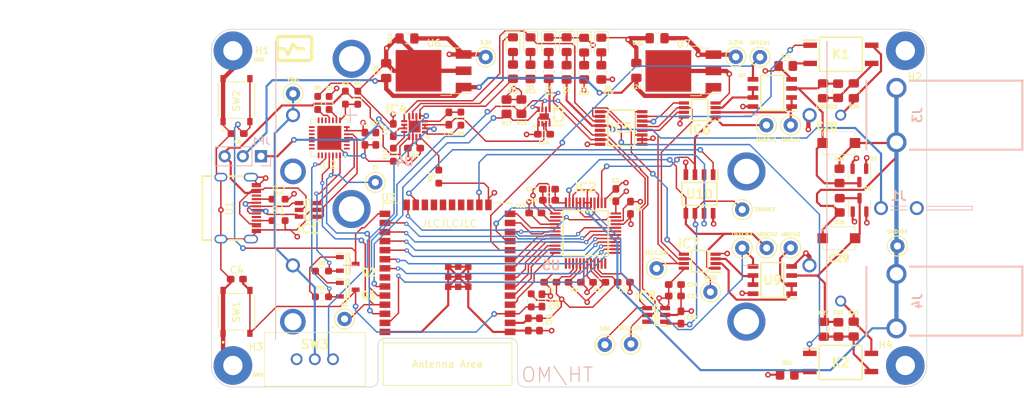
<source format=kicad_pcb>
(kicad_pcb (version 20211014) (generator pcbnew)
  (layers (0 "F.Cu" signal) (1 "In1.Cu" signal) (2 "In2.Cu" signal) (31 "B.Cu" signal) (34 "B.Paste" user) (35 "F.Paste" user) (36 "B.SilkS" user "B.Silkscreen") (37 "F.SilkS" user "F.Silkscreen") (38 "B.Mask" user) (39 "F.Mask" user) (44 "Edge.Cuts" user))
  (net 0 "")
  (net 1 "GND")
  (net 2 "Net-(C24-Pad1)")
  (net 3 "+5V")
  (net 4 "+3V3")
  (net 5 "RX")
  (net 6 "+3.3VA")
  (net 7 "GNDREF")
  (net 8 "Net-(C26-Pad1)")
  (net 9 "Charging")
  (net 10 "Net-(D4-Pad2)")
  (net 11 "Net-(D5-Pad2)")
  (net 12 "Net-(D6-Pad2)")
  (net 13 "/CH1_D0")
  (net 14 "/CH1_D1")
  (net 15 "Net-(R1-Pad1)")
  (net 16 "/CH1_D2")
  (net 18 "Net-(R2-Pad1)")
  (net 20 "/CH1_D3")
  (net 21 "Net-(C24-Pad2)")
  (net 22 "CS_Gain_CH2")
  (net 23 "CS_Gain_CH1")
  (net 24 "/CH1_D4")
  (net 25 "/CH1_D5")
  (net 26 "Net-(D1-Pad2)")
  (net 27 "Net-(D2-Pad2)")
  (net 28 "/CH1_D6")
  (net 29 "/CH1_D7")
  (net 30 "/I2S_CLK")
  (net 31 "/CH2_D0")
  (net 32 "Net-(D3-Pad2)")
  (net 33 "CH2_AC_Sel")
  (net 34 "/CH2_D1")
  (net 35 "/CH2_D2")
  (net 36 "/CH2_D3")
  (net 37 "CH1_AC_Sel")
  (net 38 "Trigger_CH2")
  (net 39 "/CH2_D4")
  (net 40 "/CH2_D5")
  (net 41 "/CH2_D6")
  (net 42 "/CH2_D7")
  (net 43 "Trigger_CH1")
  (net 44 "Net-(C32-Pad1)")
  (net 45 "SCL_I2C")
  (net 46 "SDA")
  (net 48 "SCLK_SPI")
  (net 49 "MOSI")
  (net 50 "/Power Supply/Alarm")
  (net 51 "Net-(C25-Pad1)")
  (net 52 "Net-(IC4-Pad1)")
  (net 53 "Net-(IC4-Pad12)")
  (net 54 "Net-(IC4-Pad16)")
  (net 55 "Analog_Out_CH1")
  (net 56 "TX")
  (net 57 "Net-(IC6-Pad2)")
  (net 58 "Net-(K1-Pad2)")
  (net 59 "Net-(K2-Pad2)")
  (net 60 "Net-(IC6-Pad3)")
  (net 61 "Analog_Out_CH2")
  (net 62 "Net-(IC7-Pad2)")
  (net 63 "Net-(IC7-Pad3)")
  (net 64 "/Power Supply/VBat+")
  (net 75 "Net-(C17-Pad1)")
  (net 76 "Net-(D2-Pad1)")
  (net 77 "Net-(C25-Pad2)")
  (net 78 "Net-(C27-Pad1)")
  (net 79 "Net-(C15-Pad1)")
  (net 83 "Net-(IC1-Pad4)")
  (net 84 "Net-(IC1-Pad6)")
  (net 85 "ENABLE")
  (net 86 "Net-(C12-Pad1)")
  (net 87 "Net-(C12-Pad2)")
  (net 88 "Net-(C19-Pad1)")
  (net 89 "IO0")
  (net 90 "Net-(IC1-Pad1)")
  (net 95 "Net-(Q1-Pad1)")
  (net 96 "Net-(Q2-Pad1)")
  (net 97 "Net-(R3-Pad2)")
  (net 98 "Net-(R5-Pad2)")
  (net 99 "Net-(R6-Pad1)")
  (net 100 "Offset_CH1")
  (net 101 "Offset_CH2")
  (net 121 "Net-(IC1-Pad3)")
  (net 122 "/USB and GPIO Expander/Status_PWM")
  (net 123 "/USB and GPIO Expander/RTS")
  (net 124 "/USB and GPIO Expander/DTR")
  (footprint "TestPoint:TestPoint_Keystone_5000-5004_Miniature" (layer "F.Cu") (at 162.225 82.425)
    (fp_text reference "TP15")
    (fp_text value "SCLK_SPI")
  )
  (footprint "TestPoint:TestPoint_Keystone_5000-5004_Miniature" (layer "F.Cu") (at 111.4 58)
    (fp_text reference "TP1")
    (fp_text value "VBat")
  )
  (footprint "Capacitor_SMD:C_0603_1608Metric_Pad1.08x0.95mm_HandSolder" (layer "F.Cu") (at 103.66 63.58 180)
    (fp_text reference "C6")
    (fp_text value "0.1u")
  )
  (footprint "LED_SMD:LED_0805_2012Metric_Pad1.15x1.40mm_HandSolder" (layer "F.Cu") (at 149.65 51.15 -90)
    (fp_text reference "D1")
    (fp_text value "Status")
  )
  (footprint "Capacitor_SMD:C_0603_1608Metric_Pad1.08x0.95mm_HandSolder" (layer "F.Cu") (at 146.2 86.9 90)
    (fp_text reference "C33")
    (fp_text value "0.1u")
  )
  (footprint "Resistor_SMD:R_0603_1608Metric_Pad0.98x0.95mm_HandSolder" (layer "F.Cu") (at 109.38 75.75)
    (fp_text reference "R1")
    (fp_text value "5k1")
  )
  (footprint "Capacitor_SMD:C_0603_1608Metric_Pad1.08x0.95mm_HandSolder" (layer "F.Cu") (at 164.785 86.285)
    (fp_text reference "C31")
    (fp_text value "0.1u")
  )
  (footprint "project_library:AQY210EHAX" (layer "F.Cu") (at 187.95 95.58)
    (fp_text reference "K2")
    (fp_text value "AQY210EHAX" hide)
  )
  (footprint "Resistor_SMD:R_0603_1608Metric_Pad0.98x0.95mm_HandSolder" (layer "F.Cu") (at 144.7 86.9 90)
    (fp_text reference "R26")
    (fp_text value "10k")
  )
  (footprint "Capacitor_SMD:C_0603_1608Metric_Pad1.08x0.95mm_HandSolder" (layer "F.Cu") (at 147.3675 84.35 180)
    (fp_text reference "C5")
    (fp_text value "0.1u")
  )
  (footprint "Capacitor_SMD:C_0805_2012Metric_Pad1.18x1.45mm_HandSolder" (layer "F.Cu") (at 189.78 90.91 90)
    (fp_text reference "C25")
    (fp_text value "100n")
  )
  (footprint "project_library:JZ300" (layer "F.Cu") (at 187.72 78.21 180)
    (fp_text reference "C29")
    (fp_text value "Var_25p" hide)
  )
  (footprint "project_library:25136NAH6" (layer "F.Cu") (at 114.45 94.7 90)
    (fp_text reference "SW3")
    (fp_text value "SW_DPDT_x2" hide)
  )
  (footprint "TestPoint:TestPoint_Keystone_5000-5004_Miniature" (layer "F.Cu") (at 138.33 52.88)
    (fp_text reference "TP2")
    (fp_text value "3.3V")
  )
  (footprint "project_library:USB-TYPE-C-018" (layer "F.Cu") (at 102.5 74 -90)
    (fp_text reference "U1")
    (fp_text value "USB-TYPE-C-018")
  )
  (footprint "Capacitor_SMD:C_0603_1608Metric_Pad1.08x0.95mm_HandSolder" (layer "F.Cu") (at 145.86 90.2625 -90)
    (fp_text reference "C8")
    (fp_text value "0.1u")
  )
  (footprint "TestPoint:TestPoint_Keystone_5000-5004_Miniature" (layer "F.Cu") (at 174.2 79.57)
    (fp_text reference "TP10")
    (fp_text value "OFFCH2")
  )
  (footprint "TestPoint:TestPoint_Keystone_5000-5004_Miniature" (layer "F.Cu") (at 180.975 62.4)
    (fp_text reference "TP5")
    (fp_text value "ANICH1")
  )
  (footprint "project_library:JZ300" (layer "F.Cu") (at 187.7 64.9)
    (fp_text reference "C28")
    (fp_text value "Var_25p" hide)
  )
  (footprint "project_library:SW_TS-1187A-B-A-B" (layer "F.Cu") (at 103.5 58.9 90)
    (fp_text reference "SW2")
    (fp_text value "Button")
  )
  (footprint "Resistor_SMD:R_0805_2012Metric_Pad1.20x1.40mm_HandSolder" (layer "F.Cu") (at 141.25 59.825 90)
    (fp_text reference "R17")
    (fp_text value "6k8")
  )
  (footprint "Resistor_SMD:R_0603_1608Metric_Pad0.98x0.95mm_HandSolder" (layer "F.Cu") (at 134.8725 61.495 -90)
    (fp_text reference "R9")
    (fp_text value "10k")
  )
  (footprint "MountingHole:MountingHole_2.7mm_Pad_TopBottom" (layer "F.Cu") (at 197 96)
    (fp_text reference "H4")
    (fp_text value "MountingHole")
  )
  (footprint "Capacitor_SMD:C_0603_1608Metric_Pad1.08x0.95mm_HandSolder" (layer "F.Cu") (at 144.3 90.2625 -90)
    (fp_text reference "C7")
    (fp_text value "22u")
  )
  (footprint "Package_TO_SOT_SMD:TO-252-3_TabPin2" (layer "F.Cu") (at 131.05 54.8 180)
    (fp_text reference "U6")
    (fp_text value "LD39150DT33")
  )
  (footprint "TestPoint:TestPoint_Keystone_5000-5004_Miniature" (layer "F.Cu") (at 177.575 62.4)
    (fp_text reference "TP7")
    (fp_text value "ANOCH1")
  )
  (footprint "project_library:MAX17048G+T10" (layer "F.Cu") (at 146.5125 61.2 90)
    (fp_text reference "IC3")
    (fp_text value "MAX17048G+T10" hide)
  )
  (footprint "Capacitor_SMD:C_0603_1608Metric_Pad1.08x0.95mm_HandSolder" (layer "F.Cu") (at 133.1875 61.475 90)
    (fp_text reference "C15")
    (fp_text value "4u7")
  )
  (footprint "Package_TO_SOT_SMD:SOT-23" (layer "F.Cu") (at 190.575 69.425 -90)
    (fp_text reference "D7")
    (fp_text value "BAT54S")
  )
  (footprint "Capacitor_SMD:C_0603_1608Metric_Pad1.08x0.95mm_HandSolder" (layer "F.Cu") (at 164.785 84.685)
    (fp_text reference "C30")
    (fp_text value "10u")
  )
  (footprint "project_library:SW_TS-1187A-B-A-B" (layer "F.Cu") (at 103.5 88.5 90)
    (fp_text reference "SW1")
    (fp_text value "Reset")
  )
  (footprint "Capacitor_SMD:C_0603_1608Metric_Pad1.08x0.95mm_HandSolder" (layer "F.Cu") (at 154.2075 84.37)
    (fp_text reference "C10")
    (fp_text value "0.1u")
  )
  (footprint "TestPoint:TestPoint_Keystone_5000-5004_Miniature" (layer "F.Cu") (at 155 93.1)
    (fp_text reference "TP13")
    (fp_text value "SDA")
  )
  (footprint "Package_DFN_QFN:QFN-28-1EP_5x5mm_P0.5mm_EP3.35x3.35mm" (layer "F.Cu") (at 116.475 64.175 180)
    (fp_text reference "U2")
    (fp_text value "CP2102N-A02-GQFN28")
  )
  (footprint "Capacitor_SMD:C_0603_1608Metric_Pad1.08x0.95mm_HandSolder" (layer "F.Cu") (at 150.7775 84.36 180)
    (fp_text reference "C9")
    (fp_text value "0.1u")
  )
  (footprint "Capacitor_SMD:C_0805_2012Metric_Pad1.18x1.45mm_HandSolder" (layer "F.Cu") (at 162.3 50.25 180)
    (fp_text reference "C22")
    (fp_text value "2.2u")
  )
  (footprint "Resistor_SMD:R_0603_1608Metric_Pad0.98x0.95mm_HandSolder" (layer "F.Cu") (at 131.775 69.6 -90)
    (fp_text reference "R11")
    (fp_text value "820")
  )
  (footprint "Resistor_SMD:R_0805_2012Metric_Pad1.20x1.40mm_HandSolder" (layer "F.Cu") (at 187.8 69.5 90)
    (fp_text reference "R24")
    (fp_text value "100k")
  )
  (footprint "project_library:test" (layer "F.Cu") (at 111.6 51.675)
    (fp_text reference "G***")
    (fp_text value "LOGO" hide)
  )
  (footprint "project_library:MCP6S91-E_MS" (layer "F.Cu") (at 168.26 60.28 180)
    (fp_text reference "IC6")
    (fp_text value "MCP6S91-E_MS" hide)
  )
  (footprint "Espressif:ESP32-WROOM-32E" (layer "F.Cu") (at 133 84.3 180)
    (fp_text reference "U3")
    (fp_text value "ESP32-WROOM-E")
  )
  (footprint "Resistor_SMD:R_0805_2012Metric_Pad1.20x1.40mm_HandSolder" (layer "F.Cu") (at 154.5 55.02 -90)
    (fp_text reference "R19")
    (fp_text value "1k5")
  )
  (footprint "Resistor_SMD:R_0805_2012Metric_Pad1.20x1.40mm_HandSolder" (layer "F.Cu") (at 180.275 54.125)
    (fp_text reference "R20")
    (fp_text value "1k")
  )
  (footprint "Capacitor_SMD:C_0603_1608Metric_Pad1.08x0.95mm_HandSolder" (layer "F.Cu") (at 146.4925 63.67 180)
    (fp_text reference "C16")
    (fp_text value "0.1u")
  )
  (footprint "MountingHole:MountingHole_2.7mm_Pad_TopBottom" (layer "F.Cu") (at 103 52)
    (fp_text reference "H1")
    (fp_text value "GND")
  )
  (footprint "Capacitor_SMD:C_0603_1608Metric_Pad1.08x0.95mm_HandSolder" (layer "F.Cu") (at 128.32 65.61 180)
    (fp_text reference "C14")
    (fp_text value "1u")
  )
  (footprint "Resistor_SMD:R_0805_2012Metric_Pad1.20x1.40mm_HandSolder" (layer "F.Cu") (at 187.64 90.96 -90)
    (fp_text reference "R23")
    (fp_text value "900k")
  )
  (footprint "Capacitor_SMD:C_0805_2012Metric_Pad1.18x1.45mm_HandSolder" (layer "F.Cu") (at 189.8 57.6 -90)
    (fp_text reference "C24")
    (fp_text value "100n")
  )
  (footprint "Capacitor_SMD:C_0603_1608Metric_Pad1.08x0.95mm_HandSolder" (layer "F.Cu") (at 156.53 72.175 90)
    (fp_text reference "C3")
    (fp_text value "0.1u")
  )
  (footprint "Capacitor_SMD:C_0805_2012Metric_Pad1.18x1.45mm_HandSolder" (layer "F.Cu") (at 127.33 50.28 180)
    (fp_text reference "C21")
    (fp_text value "2.2u")
  )
  (footprint "TestPoint:TestPoint_Keystone_5000-5004_Miniature" (layer "F.Cu") (at 158.65 93)
    (fp_text reference "TP12")
    (fp_text value "SCLK_I2C")
  )
  (footprint "MountingHole:MountingHole_2.7mm_Pad_TopBottom" (layer "F.Cu") (at 197 52)
    (fp_text reference "H2")
    (fp_text value "MountingHole")
  )
  (footprint "LED_SMD:LED_0805_2012Metric_Pad1.15x1.40mm_HandSolder" (layer "F.Cu") (at 142.15 51.15 -90)
    (fp_text reference "D2")
    (fp_text value "LED_ValidSource")
  )
  (footprint "project_library:MCP6022T-I_SN" (layer "F.Cu") (at 178.4 57.9 180)
    (fp_text reference "U8")
    (fp_text value "MCP6022T-I_SN" hide)
  )
  (footprint "Resistor_SMD:R_0805_2012Metric_Pad1.20x1.40mm_HandSolder" (layer "F.Cu") (at 187.6 57.6 -90)
    (fp_text reference "R22")
    (fp_text value "900k")
  )
  (footprint "Capacitor_SMD:C_0603_1608Metric_Pad1.08x0.95mm_HandSolder" (layer "F.Cu") (at 157.6475 84.36)
    (fp_text reference "C11")
    (fp_text value "0.1u")
  )
  (footprint "project_library:MCP6S91-E_MS" (layer "F.Cu") (at 168.26 81.42 180)
    (fp_text reference "IC7")
    (fp_text value "MCP6S91-E_MS" hide)
  )
  (footprint "Capacitor_SMD:C_0603_1608Metric_Pad1.08x0.95mm_HandSolder" (layer "F.Cu") (at 103.55 83.93 180)
    (fp_text reference "C4")
    (fp_text value "0.1u")
  )
  (footprint "Resistor_SMD:R_0805_2012Metric_Pad1.20x1.40mm_HandSolder" (layer "F.Cu") (at 147.15 54.92 -90)
    (fp_text reference "R14")
    (fp_text value "1k5")
  )
  (footprint "Capacitor_SMD:C_0805_2012Metric_Pad1.18x1.45mm_HandSolder" (layer "F.Cu") (at 124.43 54.78 90)
    (fp_text reference "C19")
    (fp_text value "10u")
  )
  (footprint "Resistor_SMD:R_0805_2012Metric_Pad1.20x1.40mm_HandSolder" (layer "F.Cu") (at 144.6 54.95 -90)
    (fp_text reference "R13")
    (fp_text value "1k5")
  )
  (footprint "TestPoint:TestPoint_Keystone_5000-5004_Miniature" (layer "F.Cu") (at 180.97 79.56)
    (fp_text reference "TP6")
    (fp_text value "ANICH2")
  )
  (footprint "Capacitor_SMD:C_0603_1608Metric_Pad1.08x0.95mm_HandSolder" (layer "F.Cu") (at 147.1875 71.35 180)
    (fp_text reference "C12")
    (fp_text value "0.1u")
  )
  (footprint "TestPoint:TestPoint_Keystone_5000-5004_Miniature" (layer "F.Cu") (at 177.61 79.57)
    (fp_text reference "TP8")
    (fp_text value "ANOCH2")
  )
  (footprint "project_library:MCP6022T-I_SN" (layer "F.Cu") (at 178.41 84.06 180)
    (fp_text reference "U9")
    (fp_text value "MCP6022T-I_SN" hide)
  )
  (footprint "project_library:SOP65P640X120-16N" (layer "F.Cu") (at 157.27 62.8 180)
    (fp_text reference "IC5")
    (fp_text value "TCA9534APWR" hide)
  )
  (footprint "project_library:QFP50P900X900X160-48N-AD9288" (layer "F.Cu") (at 152.3 77.5 -90)
    (fp_text reference "IC2")
    (fp_text value "AD9288BSTZ-40" hide)
  )
  (footprint "LED_SMD:LED_0805_2012Metric_Pad1.15x1.40mm_HandSolder" (layer "F.Cu") (at 147.15 51.15 -90)
    (fp_text reference "D4")
    (fp_text value "LOW_BATTERY")
  )
  (footprint "Resistor_SMD:R_0603_1608Metric_Pad0.98x0.95mm_HandSolder" (layer "F.Cu") (at 115.45 82.8 180)
    (fp_text reference "R8")
    (fp_text value "10k")
  )
  (footprint "Capacitor_SMD:C_0805_2012Metric_Pad1.18x1.45mm_HandSolder" (layer "F.Cu") (at 185.5 57.6 -90)
    (fp_text reference "C26")
    (fp_text value "5p")
  )
  (footprint "Resistor_SMD:R_0805_2012Metric_Pad1.20x1.40mm_HandSolder" (layer "F.Cu") (at 149.65 55.02 -90)
    (fp_text reference "R7")
    (fp_text value "1k5")
  )
  (footprint "TestPoint:TestPoint_Keystone_5000-5004_Miniature" (layer "F.Cu") (at 174.2 74.2)
    (fp_text reference "TP11")
    (fp_text value "TRIGREF")
  )
  (footprint "project_library:USBLC6-2SC6" (layer "F.Cu") (at 113.5 74.25 180)
    (fp_text reference "IC1")
    (fp_text value "USBLC6-2SC6" hide)
  )
  (footprint "project_library:SOT95P240X115-3N" (layer "F.Cu") (at 119.05 81.8)
    (fp_text reference "Q2")
    (fp_text value "SS8050-G" hide)
  )
  (footprint "project_library:BQ24074RGTR" (layer "F.Cu") (at 128.4 62.6 180)
    (fp_text reference "IC4")
    (fp_text value "BQ24074RGTR" hide)
  )
  (footprint "Package_TO_SOT_SMD:TO-252-3_TabPin2" (layer "F.Cu") (at 165.975 54.825 180)
    (fp_text reference "U7")
    (fp_text value "LD39150DT33")
  )
  (footprint "Resistor_SMD:R_0603_1608Metric_Pad0.98x0.95mm_HandSolder" (layer "F.Cu") (at 125.425 66.5375 -90)
    (fp_text reference "R10")
    (fp_text value "1k")
  )
  (footprint "TestPoint:TestPoint_Keystone_5000-5004_Miniature" (layer "F.Cu") (at 118.6 89.5)
    (fp_text reference "TP17")
    (fp_text value "RX")
  )
  (footprint "Package_TO_SOT_SMD:SOT-23" (layer "F.Cu") (at 190.6 73.55 90)
    (fp_text reference "D8")
    (fp_text value "BAT54S")
  )
  (footprint "Resistor_SMD:R_0603_1608Metric_Pad0.98x0.95mm_HandSolder" (layer "F.Cu") (at 116.45 59.3 -90)
    (fp_text reference "R5")
    (fp_text value "2k")
  )
  (footprint "Resistor_SMD:R_0805_2012Metric_Pad1.20x1.40mm_HandSolder" (layer "F.Cu") (at 187.83 73.61 -90)
    (fp_text reference "R25")
    (fp_text value "100k")
  )
  (footprint "LED_SMD:LED_0805_2012Metric_Pad1.15x1.40mm_HandSolder" (layer "F.Cu") (at 154.5 51.2 -90)
    (fp_text reference "D6")
    (fp_text value "3.3VA")
  )
  (footprint "Resistor_SMD:R_0805_2012Metric_Pad1.20x1.40mm_HandSolder" (layer "F.Cu") (at 143.33 59.815 90)
    (fp_text reference "R16")
    (fp_text value "6k8")
  )
  (footprint "Resistor_SMD:R_0603_1608Metric_Pad0.98x0.95mm_HandSolder" (layer "F.Cu") (at 114.85 59.3 90)
    (fp_text reference "R6")
    (fp_text value "10k")
  )
  (footprint "Resistor_SMD:R_0603_1608Metric_Pad0.98x0.95mm_HandSolder" (layer "F.Cu") (at 120.45 58.575 -90)
    (fp_text reference "R4")
    (fp_text value "47.5k")
  )
  (footprint "project_library:MCP4726A1T-E_CH" (layer "F.Cu") (at 162.165 88.935 180)
    (fp_text reference "IC8")
    (fp_text value "MCP4726A0T-E_CH" hide)
  )
  (footprint "Capacitor_SMD:C_0805_2012Metric_Pad1.18x1.45mm_HandSolder" (layer "F.Cu") (at 159.4 54.75 90)
    (fp_text reference "C20")
    (fp_text value "10u")
  )
  (footprint "Resistor_SMD:R_0603_1608Metric_Pad0.98x0.95mm_HandSolder" (layer "F.Cu") (at 109.38 72.75)
    (fp_text reference "R2")
    (fp_text value "5k1")
  )
  (footprint "Capacitor_SMD:C_0603_1608Metric_Pad1.08x0.95mm_HandSolder" (layer "F.Cu") (at 165.635 89.285 90)
    (fp_text reference "C32")
    (fp_text value "0.1u")
  )
  (footprint "Resistor_SMD:R_0805_2012Metric_Pad1.20x1.40mm_HandSolder" (layer "F.Cu") (at 180.49 97.29)
    (fp_text reference "R21")
    (fp_text value "1k")
  )
  (footprint "TestPoint:TestPoint_Keystone_5000-5004_Miniature" (layer "F.Cu") (at 122.9 70.4)
    (fp_text reference "TP16")
    (fp_text value "TX")
  )
  (footprint "TestPoint:TestPoint_Keystone_5000-5004_Miniature" (layer "F.Cu") (at 176.68 52.89)
    (fp_text reference "TP9")
    (fp_text value "OFFCH1")
  )
  (footprint "TestPoint:TestPoint_Keystone_5000-5004_Miniature" (layer "F.Cu") (at 173.3 52.85)
    (fp_text reference "TP3")
    (fp_text value "3.3VA")
  )
  (footprint "Capacitor_SMD:C_0603_1608Metric_Pad1.08x0.95mm_HandSolder" (layer "F.Cu") (at 145.275 74.675 180)
    (fp_text reference "C13")
    (fp_text value "0.1u")
  )
  (footprint "project_library:MCP6022T-I_SN" (layer "F.Cu") (at 168.225 72.025 -90)
    (fp_text reference "U10")
    (fp_text value "MCP6022T-I_SN" hide)
  )
  (footprint "MountingHole:MountingHole_2.7mm_Pad_TopBottom" (layer "F.Cu") (at 103 96)
    (fp_text reference "H3")
    (fp_text value "GND")
  )
  (footprint "Capacitor_SMD:C_0603_1608Metric_Pad1.08x0.95mm_HandSolder" (layer "F.Cu") (at 158.58 73.95 -90)
    (fp_text reference "C2")
    (fp_text value "0.1u")
  )
  (footprint "Resistor_SMD:R_0603_1608Metric_Pad0.98x0.95mm_HandSolder" (layer "F.Cu") (at 115.45 86.4 180)
    (fp_text reference "R15")
    (fp_text value "10k")
  )
  (footprint "Capacitor_SMD:C_0603_1608Metric_Pad1.08x0.95mm_HandSolder" (layer "F.Cu") (at 122.975 64.3 -90)
    (fp_text reference "C23")
    (fp_text value "4.7u")
  )
  (footprint "Resistor_SMD:R_0805_2012Metric_Pad1.20x1.40mm_HandSolder" (layer "F.Cu") (at 152.1 55.02 -90)
    (fp_text reference "R18")
    (fp_text value "1k5")
  )
  (footprint "LED_SMD:LED_0805_2012Metric_Pad1.15x1.40mm_HandSolder" (layer "F.Cu") (at 144.6 51.15 -90)
    (fp_text reference "D3")
    (fp_text value "LED_Charging")
  )
  (footprint "Resistor_SMD:R_0603_1608Metric_Pad0.98x0.95mm_HandSolder" (layer "F.Cu") (at 118.725 58.55 -90)
    (fp_text reference "R3")
    (fp_text value "22.1k")
  )
  (footprint "Resistor_SMD:R_0805_2012Metric_Pad1.20x1.40mm_HandSolder" (layer "F.Cu") (at 142.15 54.925 -90)
    (fp_text reference "R12")
    (fp_text value "1k5")
  )
  (footprint "project_library:SOT95P240X115-3N" (layer "F.Cu") (at 119.05 85.4)
    (fp_text reference "Q1")
    (fp_text value "SS8050-G" hide)
  )
  (footprint "Capacitor_SMD:C_0603_1608Metric_Pad1.08x0.95mm_HandSolder" (layer "F.Cu") (at 125.42 63.09 90)
    (fp_text reference "C17")
    (fp_text value "4u7")
  )
  (footprint "TestPoint:TestPoint_Keystone_5000-5004_Miniature" (layer "F.Cu") (at 195.9 79.3)
    (fp_text reference "TP4")
    (fp_text value "GNDREF")
  )
  (footprint "Capacitor_SMD:C_0603_1608Metric_Pad1.08x0.95mm_HandSolder" (layer "F.Cu") (at 147.19 72.9 180)
    (fp_text reference "C18")
    (fp_text value "10u")
  )
  (footprint "Capacitor_SMD:C_0603_1608Metric_Pad1.08x0.95mm_HandSolder" (layer "F.Cu") (at 121.45 64.3 -90)
    (fp_text reference "C1")
    (fp_text value "0.1u")
  )
  (footprint "TestPoint:TestPoint_Keystone_5000-5004_Miniature" (layer "F.Cu") (at 169.75 85.725)
    (fp_text reference "TP14")
    (fp_text value "MOSI")
  )
  (footprint "project_library:AQY210EHAX" (layer "F.Cu") (at 188 52.5)
    (fp_text reference "K1")
    (fp_text value "AQY210EHAX" hide)
  )
  (footprint "Capacitor_SMD:C_0805_2012Metric_Pad1.18x1.45mm_HandSolder" (layer "F.Cu") (at 185.6 90.9325 -90)
    (fp_text reference "C27")
    (fp_text value "5p")
  )
  (footprint "LED_SMD:LED_0805_2012Metric_Pad1.15x1.40mm_HandSolder" (layer "F.Cu") (at 152.1 51.22 -90)
    (fp_text reference "D5")
    (fp_text value "3.3V")
  )
  (footprint "Connector_PinHeader_2.54mm:PinHeader_1x03_P2.54mm_Vertical" (layer "B.Cu") (at 106.925 66.75 90)
    (fp_text reference "JP1")
    (fp_text value "Power_Select")
  )
  (footprint "project_library:73100-0105" (layer "B.Cu") (at 213.3625 61 -90)
    (fp_text reference "J3")
    (fp_text value "~" hide)
  )
  (footprint "project_library:73100-0105" (layer "B.Cu") (at 213.3625 87 -90)
    (fp_text reference "J4")
    (fp_text value "~" hide)
  )
  (footprint "project_library:1043" (layer "B.Cu") (at 111.38 82 180)
    (fp_text reference "U5")
    (fp_text value "1043" hide)
  )
  (footprint "project_library:1043" (layer "B.Cu") (at 111.4 61 180)
    (fp_text reference "U4")
    (fp_text value "1043" hide)
  )
  (footprint "project_library:725996-2" (layer "B.Cu") (at 199.5 74)
    (fp_text reference "J1")
    (fp_text value "PWM" hide)
  )
  (gr_arc (start 123.3 98) (mid 123.007107 98.707107) (end 122.3 99) (layer "Edge.Cuts") (width 0.1))
  (gr_arc (start 200 96) (mid 199.12132 98.12132) (end 197 99) (layer "Edge.Cuts") (width 0.1))
  (gr_line (start 124.3 92.2) (end 141.8 92.2) (layer "Edge.Cuts") (width 0.1))
  (gr_line (start 103 99) (end 122.3 99) (layer "Edge.Cuts") (width 0.1))
  (gr_arc (start 123.3 93) (mid 123.634315 92.392893) (end 124.3 92.2) (layer "Edge.Cuts") (width 0.1))
  (gr_line (start 167.5 99) (end 197 99) (layer "Edge.Cuts") (width 0.1))
  (gr_line (start 200 96) (end 200 52) (layer "Edge.Cuts") (width 0.1))
  (gr_line (start 197 49) (end 103 49) (layer "Edge.Cuts") (width 0.1))
  (gr_arc (start 103 99) (mid 100.87868 98.12132) (end 100 96) (layer "Edge.Cuts") (width 0.1))
  (gr_arc (start 143.8 99) (mid 143.092893 98.707107) (end 142.8 98) (layer "Edge.Cuts") (width 0.1))
  (gr_line (start 142.8 93.2) (end 142.8 98) (layer "Edge.Cuts") (width 0.1))
  (gr_arc (start 141.8 92.2) (mid 142.507107 92.492893) (end 142.8 93.2) (layer "Edge.Cuts") (width 0.1))
  (gr_line (start 143.8 99) (end 167.5 99) (layer "Edge.Cuts") (width 0.1))
  (gr_arc (start 100 52) (mid 100.87868 49.87868) (end 103 49) (layer "Edge.Cuts") (width 0.1))
  (gr_line (start 100 96) (end 100 52) (layer "Edge.Cuts") (width 0.1))
  (gr_line (start 123.3 98) (end 123.3 93) (layer "Edge.Cuts") (width 0.1))
  (gr_arc (start 197 49) (mid 199.12132 49.87868) (end 200 52) (layer "Edge.Cuts") (width 0.1))
  (gr_text "TH/MO" (at 148.35 97.3) (layer "B.SilkS") (effects (font (size 2 2)) (justify mirror)))
  (gr_text "JLCJLCJLC" (at 133.25 76.15) (layer "F.SilkS") (effects (font (size 1 1))))
  (segment (start 110.2925 75.75) (end 110.2925 76.840544) (width 0.2) (layer "F.Cu") (net 1))
  (segment (start 146.7625 60.95) (end 146.7625 60.2) (width 0.2) (layer "F.Cu") (net 1))
  (segment (start 107.448863 69.673863) (end 107.575 69.8) (width 0.2) (layer "F.Cu") (net 1))
  (segment (start 157.3925 70.45) (end 156.53 71.3125) (width 0.2) (layer "F.Cu") (net 1))
  (segment (start 105.515748 78.324105) (end 101.31585 78.324105) (width 0.2) (layer "F.Cu") (net 1))
  (segment (start 106.726029 70.648971) (end 107.575 69.8) (width 0.2) (layer "F.Cu") (net 1))
  (segment (start 147.2625 61.575978) (end 146.886522 61.2) (width 0.2) (layer "F.Cu") (net 1))
  (segment (start 160.208 60.525) (end 159.2705 60.525) (width 0.2) (layer "F.Cu") (net 1))
  (segment (start 101.625 61.9) (end 101.625 62.4075) (width 0.2) (layer "F.Cu") (net 1))
  (segment (start 102.6875 83.93) (end 102.6875 84.4375) (width 0.3) (layer "F.Cu") (net 1))
  (segment (start 152.1 50.195) (end 147.22 50.195) (width 0.2) (layer "F.Cu") (net 1))
  (segment (start 138.72 71.145) (end 138.0875 70.5125) (width 0.2) (layer "F.Cu") (net 1))
  (segment (start 157.589528 76.25) (end 156.538 76.25) (width 0.2) (layer "F.Cu") (net 1))
  (segment (start 113.95 74.25) (end 113.149511 75.050489) (width 0.2) (layer "F.Cu") (net 1))
  (segment (start 147.55 91.125) (end 145.86 91.125) (width 0.2) (layer "F.Cu") (net 1))
  (segment (start 138.72 73.55) (end 138.72 72.68) (width 0.2) (layer "F.Cu") (net 1))
  (segment (start 128.65 62.35) (end 128.65 61.15) (width 0.2) (layer "F.Cu") (net 1))
  (segment (start 100.695489 69.053502) (end 100.695489 65.682011) (width 0.2) (layer "F.Cu") (net 1))
  (segment (start 150.55 81.738) (end 150.55 82.594988) (width 0.2) (layer "F.Cu") (net 1))
  (segment (start 133.1 84.99) (end 135.9 84.99) (width 0.3) (layer "F.Cu") (net 1))
  (segment (start 116.687011 56.550489) (end 119.337989 56.550489) (width 0.2) (layer "F.Cu") (net 1))
  (segment (start 145.65 62.0875) (end 145.7625 62.2) (width 0.2) (layer "F.Cu") (net 1))
  (segment (start 133.1 82.19) (end 133.1 84.99) (width 0.3) (layer "F.Cu") (net 1))
  (segment (start 158.58 74.8125) (end 158.58 75.259528) (width 0.2) (layer "F.Cu") (net 1))
  (segment (start 152.525 86.915) (end 155.07 84.37) (width 0.2) (layer "F.Cu") (net 1))
  (segment (start 144.05 63.7) (end 145.6 63.7) (width 0.2) (layer "F.Cu") (net 1))
  (segment (start 147.1375 86.0375) (end 147.4 86.3) (width 0.2) (layer "F.Cu") (net 1))
  (segment (start 118.7 66.4) (end 116.475 64.175) (width 0.2) (layer "F.Cu") (net 1))
  (segment (start 129.365 91.31) (end 133.1 87.575) (width 0.3) (layer "F.Cu") (net 1))
  (segment (start 145.63 63.67) (end 145.63 62.3325) (width 0.2) (layer "F.Cu") (net 1))
  (segment (start 128.15 64.9175) (end 127.4575 65.61) (width 0.2) (layer "F.Cu") (net 1))
  (segment (start 160.208 64.425) (end 161.525 64.425) (width 0.2) (layer "F.Cu") (net 1))
  (segment (start 138.72 73.55) (end 138.72 71.145) (width 0.2) (layer "F.Cu") (net 1))
  (segment (start 158.25 50.45) (end 157.975 50.175) (width 0.2) (layer "F.Cu") (net 1))
  (segment (start 158.58 75.259528) (end 157.589528 76.25) (width 0.2) (layer "F.Cu") (net 1))
  (segment (start 181.1 55.95) (end 179.275 54.125) (width 0.3) (layer "F.Cu") (net 1))
  (segment (start 145.86 91.125) (end 144.3 91.125) (width 0.3) (layer "F.Cu") (net 1))
  (segment (start 128.15 62.85) (end 128.15 64.05) (width 0.2) (layer "F.Cu") (net 1))
  (segment (start 165.635 88.4225) (end 165.1225 88.935) (width 0.3) (layer "F.Cu") (net 1))
  (segment (start 100.695489 65.682011) (end 102.7975 63.58) (width 0.2) (layer "F.Cu") (net 1))
  (segment (start 151.55 81.738) (end 151.55 82.725) (width 0.2) (layer "F.Cu") (net 1))
  (segment (start 165.635 88.4225) (end 167.0475 88.4225) (width 0.2) (layer "F.Cu") (net 1))
  (segment (start 152.295 50.195) (end 153.325 51.225) (width 0.2) (layer "F.Cu") (net 1))
  (segment (start 138.72 72.68) (end 139.55 71.85) (width 0.2) (layer "F.Cu") (net 1))
  (segment (start 153.05 81.738) (end 153.05 82.77804) (width 0.2) (layer "F.Cu") (net 1))
  (segment (start 110.2925 72.75) (end 110.8 72.75) (width 0.2) (layer "F.Cu") (net 1))
  (segment (start 145.65 61.5) (end 145.65 62.0875) (width 0.2) (layer "F.Cu") (net 1))
  (segment (start 181.245 82.155) (end 183.1 80.3) (width 0.3) (layer "F.Cu") (net 1))
  (segment (start 125.425 67.45) (end 122 67.45) (width 0.2) (layer "F.Cu") (net 1))
  (segment (start 183.6 82) (end 183.6 80.8) (width 0.6) (layer "F.Cu") (net 1))
  (segment (start 135.9 83.59) (end 133.1 83.59) (width 0.3) (layer "F.Cu") (net 1))
  (segment (start 145.95 61.2) (end 145.65 61.5) (width 0.2) (layer "F.Cu") (net 1))
  (segment (start 157.95 70.45) (end 157.3925 70.45) (width 0.2) (layer "F.Cu") (net 1))
  (segment (start 147.66904 83.18596) (end 146.505 84.35) (width 0.2) (layer "F.Cu") (net 1))
  (segment (start 139.3725 91.31) (end 141.75 91.31) (width 0.3) (layer "F.Cu") (net 1))
  (segment (start 111.9 77.049022) (end 110.500978 77.049022) (width 0.2) (layer "F.Cu") (net 1))
  (segment (start 166.32 67.62) (end 166.3 67.6) (width 0.3) (layer "F.Cu") (net 1))
  (segment (start 191.525 67.05) (end 191.6 66.975) (width 0.3) (layer "F.Cu") (net 1))
  (segment (start 110.8 72.75) (end 111.55 72) (width 0.2) (layer "F.Cu") (net 1))
  (segment (start 101.31585 82.55835) (end 102.6875 83.93) (width 0.2) (layer "F.Cu") (net 1))
  (segment (start 126.2925 50.28) (end 125.87 50.28) (width 0.6) (layer "F.Cu") (net 1))
  (segment (start 131.95 61.85) (end 129.85 61.85) (width 0.2) (layer "F.Cu") (net 1))
  (segment (start 103 54.525) (end 103 54.024511) (width 0.6) (layer "F.Cu") (net 1))
  (segment (start 127.674511 61.874511) (end 127.674511 61.174511) (width 0.2) (layer "F.Cu") (net 1))
  (segment (start 125.4 60.9) (end 125.4 62.2075) (width 0.2) (layer "F.Cu") (net 1))
  (segment (start 120.45 57.6625) (end 124.37 53.7425) (width 0.2) (layer "F.Cu") (net 1))
  (segment (start 114.75 74.25) (end 113.95 74.25) (width 0.2) (layer "F.Cu") (net 1))
  (segment (start 135.9 82.19) (end 133.1 82.19) (width 0.3) (layer "F.Cu") (net 1))
  (segment (start 178.575 54.825) (end 179.275 54.125) (width 0.2) (layer "F.Cu") (net 1))
  (segment (start 101.31585 74.24085) (end 101.325 74.25) (width 0.2) (layer "F.Cu") (net 1))
  (segment (start 145.63 62.3325) (end 145.7625 62.2) (width 0.2) (layer "F.Cu") (net 1))
  (segment (start 106.2841 70.442215) (end 105.515748 69.673863) (width 0.2) (layer "F.Cu") (net 1))
  (segment (start 135.9 83.59) (end 135.9 84.99) (width 0.3) (layer "F.Cu") (net 1))
  (segment (start 149.959028 83.18596) (end 147.66904 83.18596) (width 0.2) (layer "F.Cu") (net 1))
  (segment (start 135.25 54.8) (end 128.95 54.8) (width 0.6) (layer "F.Cu") (net 1))
  (segment (start 189.65 74.4875) (end 189.65 75.65) (width 0.3) (layer "F.Cu") (net 1))
  (segment (start 144.4 73.15) (end 144.4 74.6625) (width 0.2) (layer "F.Cu") (net 1))
  (segment (start 172.4 55.25) (end 172.4 57.924566) (width 0.2) (layer "F.Cu") (net 1))
  (segment (start 101.325 74.25) (end 101.31585 74.25915) (width 0.2) (layer "F.Cu") (net 1))
  (segment (start 101.625 55.9) (end 103 54.525) (width 0.6) (layer "F.Cu") (net 1))
  (segment (start 114.85 58.3875) (end 116.687011 56.550489) (width 0.2) (layer "F.Cu") (net 1))
  (segment (start 183.6 80.8) (end 183.1 80.3) (width 0.6) (layer "F.Cu") (net 1))
  (segment (start 161.525 64.425) (end 161.725 64.225) (width 0.2) (layer "F.Cu") (net 1))
  (segment (start 179.49 97.29) (end 177.81 97.29) (width 0.3) (layer "F.Cu") (net 1))
  (segment (start 133.1875 60.6125) (end 131.95 61.85) (width 0.2) (layer "F.Cu") (net 1))
  (segment (start 157.975 50.175) (end 154.5 50.175) (width 0.2) (layer "F.Cu") (net 1))
  (segment (start 138.0875 70.5125) (end 131.775 70.5125) (width 0.2) (layer "F.Cu") (net 1))
  (segment (start 157.34596 83.19596) (end 158.51 84.36) (width 0.2) (layer "F.Cu") (net 1))
  (segment (start 127.5 67.05) (end 127.5 65.6525) (width 0.2) (layer "F.Cu") (net 1))
  (segment (start 153.05 82.77804) (end 154.64196 84.37) (width 0.2) (layer "F.Cu") (net 1))
  (segment (start 158.51 84.36) (end 158.51 85.74) (width 0.3) (layer "F.Cu") (net 1))
  (segment (start 160.208 63.775) (end 160.208 65.075) (width 0.2) (layer "F.Cu") (net 1))
  (segment (start 152.525 87.15) (end 152.525 86.915) (width 0.2) (layer "F.Cu") (net 1))
  (segment (start 135.9 84.99) (end 135.9 87.8375) (width 0.3) (layer "F.Cu") (net 1))
  (segment (start 101.625 85.5) (end 101.625 91.5) (width 0.6) (layer "F.Cu") (net 1))
  (segment (start 177.81 97.29) (end 177.8 97.3) (width 0.3) (layer "F.Cu") (net 1))
  (segment (start 135.9 82.19) (end 135.9 84.99) (width 0.3) (layer "F.Cu") (net 1))
  (segment (start 158.45 50.25) (end 161.2625 50.25) (width 0.6) (layer "F.Cu") (net 1))
  (segment (start 165.1225 88.935) (end 163.415 88.935) (width 0.3) (layer "F.Cu") (net 1))
  (segment (start 133.1 82.19) (end 135.9 84.99) (width 0.3) (layer "F.Cu") (net 1))
  (segment (start 135.9 82.19) (end 133.1 84.99) (width 0.3) (layer "F.Cu") (net 1))
  (segment (start 147.4 85.245) (end 146.505 84.35) (width 0.2) (layer "F.Cu") (net 1))
  (segment (start 112 78) (end 111.049022 77.049022) (width 0.2) (layer "F.Cu") (net 1))
  (segment (start 145.9875 76.25) (end 148.062 76.25) (width 0.2) (layer "F.Cu") (net 1))
  (segment (start 118.7 66.5) (end 118.7 66.4) (width 0.2) (layer "F.Cu") (net 1))
  (segment (start 171.975 54.825) (end 172.25 55.1) (width 0.6) (layer "F.Cu") (net 1))
  (segment (start 118.925 64.675) (end 116.975 64.675) (width 0.2) (layer "F.Cu") (net 1))
  (segment (start 124.43 53.7425) (end 124.43 51.72) (width 0.6) (layer "F.Cu") (net 1))
  (segment (start 125.87 50.28) (end 124.5 51.65) (width 0.6) (layer "F.Cu") (net 1))
  (segment (start 113.149511 75.050489) (end 113.149511 75.799511) (width 0.2) (layer "F.Cu") (net 1))
  (segment (start 101.31585 69.673863) (end 101.31585 74.24085) (width 0.2) (layer "F.Cu") (net 1))
  (segment (start 110.349022 77.049022) (end 106.2841 77.049022) (width 0.2) (layer "F.Cu") (net 1))
  (segment (start 101.625 55.9) (end 101.625 61.9) (width 0.6) (layer "F.Cu") (net 1))
  (segment (start 189.65 75.65) (end 189.9 75.9) (width 0.3) (layer "F.Cu") (net 1))
  (segment (start 172.1 80.3455) (end 170.5715 80.3455) (width 0.2) (layer "F.Cu") (net 1))
  (segment (start 147.4 86.3) (end 147.4 85.245) (width 0.2) (layer "F.Cu") (net 1))
  (segment (start 124.43 51.72) (end 124.5 51.65) (width 0.6) (layer "F.Cu") (net 1))
  (segment (start 154.05 82.610494) (end 154.635466 83.19596) (width 0.2) (layer "F.Cu") (net 1))
  (segment (start 156.485 71.3575) (end 155.05 72.7925) (width 0.2) (layer "F.Cu") (net 1))
  (segment (start 158.25 50.45) (end 159.4 51.6) (width 0.6) (layer "F.Cu") (net 1))
  (segment (start 121.45 66.5) (end 121.25 66.7) (width 0.2) (layer "F.Cu") (net 1))
  (segment (start 135.9 87.8375) (end 139.3725 91.31) (width 0.3) (layer "F.Cu") (net 1))
  (segment (start 110.500978 77.049022) (end 110.349022 77.049022) (width 0.2) (layer "F.Cu") (net 1))
  (segment (start 146.3 86.0375) (end 147.1375 86.0375) (width 0.2) (layer "F.Cu") (net 1))
  (segment (start 172.4 57.924566) (end 171.019566 59.305) (width 0.2) (layer "F.Cu") (net 1))
  (segment (start 125.4875 54.8) (end 128.95 54.8) (width 0.6) (layer "F.Cu") (net 1))
  (segment (start 124.43 53.7425) (end 125.4875 54.8) (width 0.6) (layer "F.Cu") (net 1))
  (segment (start 110.2925 76.840544) (end 110.500978 77.049022) (width 0.2) (layer "F.Cu") (net 1))
  (segment (start 146.5125 61.2) (end 145.95 61.2) (width 0.2) (layer "F.Cu") (net 1))
  (segment (start 177.425 54.825) (end 178.575 54.825) (width 0.2) (layer "F.Cu") (net 1))
  (segment (start 119.337989 56.550489) (end 120.45 57.6625) (width 0.2) (layer "F.Cu") (net 1))
  (segment (start 158.25 50.45) (end 158.45 50.25) (width 0.6) (layer "F.Cu") (net 1))
  (segment (start 101.625 62.4075) (end 102.7975 63.58) (width 0.2) (layer "F.Cu") (net 1))
  (segment (start 170.175 54.825) (end 163.875 54.825) (width 0.6) (layer "F.Cu") (net 1))
  (segment (start 150.55 82.594988) (end 149.959028 83.18596) (width 0.2) (layer "F.Cu") (net 1))
  (segment (start 165.6475 84.685) (end 165.6475 88.41) (width 0.2) (layer "F.Cu") (net 1))
  (segment (start 120.45 57.6625) (end 125.015 62.2275) (width 0.2) (layer "F.Cu") (net 1))
  (segment (start 147.2625 62.2) (end 147.2625 61.575978) (width 0.2) (layer "F.Cu") (net 1))
  (segment (start 159.2705 63.775) (end 160.208 63.775) (width 0.2) (layer "F.Cu") (net 1))
  (segment (start 121.45 65.1625) (end 121.45 66.5) (width 0.2) (layer "F.Cu") (net 1))
  (segment (start 159.170989 63.675489) (end 159.2705 63.775) (width 0.2) (layer "F.Cu") (net 1))
  (segment (start 154.05 81.738) (end 154.05 82.610494) (width 0.2) (layer "F.Cu") (net 1))
  (segment (start 105.515748 78.117349) (end 106.2841 77.348997) (width 0.2) (layer "F.Cu") (net 1))
  (segment (start 158.58 74.8125) (end 158.58 76.18) (width 0.2) (layer "F.Cu") (net 1))
  (segment (start 122 67.45) (end 121.25 66.7) (width 0.2) (layer "F.Cu") (net 1))
  (segment (start 170.175 54.825) (end 171.975 54.825) (width 0.6) (layer "F.Cu") (net 1))
  (segment (start 111.049022 77.049022) (end 110.349022 77.049022) (width 0.2) (layer "F.Cu") (net 1))
  (segment (start 129.099511 61.900489) (end 130.1 61.900489) (width 0.2) (layer "F.Cu") (net 1))
  (segment (start 159.4 51.6) (end 159.4 53.7125) (width 0.6) (layer "F.Cu") (net 1))
  (segment (start 166.32 69.325) (end 166.32 67.62) (width 0.3) (layer "F.Cu") (net 1))
  (segment (start 113.149511 75.799511) (end 111.9 77.049022) (width 0.2) (layer "F.Cu") (net 1))
  (segment (start 105.515748 69.673863) (end 107.448863 69.673863) (width 0.2) (layer "F.Cu") (net 1))
  (segment (start 152.525 87.15) (end 149.915 84.54) (width 0.2) (layer "F.Cu") (net 1))
  (segment (start 101.625 91.5) (end 101.625 94.511908) (width 0.6) (layer "F.Cu") (net 1))
  (segment (start 144.3 91.125) (end 141.935 91.125) (width 0.3) (layer "F.Cu") (net 1))
  (segment (start 183.45 63) (end 183.45 61.17) (width 0.6) (layer "F.Cu") (net 1))
  (segment (start 101.31585 74.25915) (end 101.31585 78.324105) (width 0.2) (layer "F.Cu") (net 1))
  (segment (start 102.6875 84.4375) (end 101.625 85.5) (width 0.3) (layer "F.Cu") (net 1))
  (segment (start 101.31585 69.673863) (end 100.695489 69.053502) (width 0.2) (layer "F.Cu") (net 1))
  (segment (start 124.25 91.31) (end 129.365 91.31) (width 0.3) (layer "F.Cu") (net 1))
  (segment (start 151.55 82.725) (end 149.915 84.36) (width 0.2) (layer "F.Cu") (net 1))
  (segment (start 134.8725 60.5825) (end 133.2175 60.5825) (width 0.2) (layer "F.Cu") (net 1))
  (segment (start 144.4125 74.675) (end 145.9875 76.25) (width 0.2) (layer "F.Cu") (net 1))
  (segment (start 122.975 65.1625) (end 121.45 65.1625) (width 0.2) (layer "F.Cu") (net 1))
  (segment (start 106.2841 70.648971) (end 106.2841 70.442215) (width 0.2) (layer "F.Cu") (net 1))
  (segment (start 101.31585 78.324105) (end 101.31585 82.55835) (width 0.2) (layer "F.Cu") (net 1))
  (segment (start 128.95 52.9375) (end 126.2925 50.28) (width 0.6) (layer "F.Cu") (net 1))
  (segment (start 128.15 64.05) (end 128.15 64.9175) (width 0.2) (layer "F.Cu") (net 1))
  (segment (start 158.51 85.74) (end 158.5 85.75) (width 0.3) (layer "F.Cu") (net 1))
  (segment (start 125.015 62.2275) (end 125.42 62.2275) (width 0.2) (layer "F.Cu") (net 1))
  (segment (start 154.635466 83.19596) (end 157.34596 83.19596) (width 0.2) (layer "F.Cu") (net 1))
  (segment (start 158.58 76.18) (end 158.65 76.25) (width 0.2) (layer "F.Cu") (net 1))
  (segment (start 159.2705 60.525) (end 159.170989 60.624511) (width 0.2) (layer "F.Cu") (net 1))
  (segment (start 159.170989 60.624511) (end 159.170989 63.675489) (width 0.2) (layer "F.Cu") (net 1))
  (segment (start 191.525 68.4875) (end 191.525 67.05) (width 0.3) (layer "F.Cu") (net 1))
  (segment (start 133.1 87.575) (end 133.1 84.99) (width 0.3) (layer "F.Cu") (net 1))
  (via (at 139.55 71.85) (size 0.8) (drill 0.4) (layers "F.Cu" "B.Cu") (remove_unused_layers) (net 1))
  (via (at 147.55 91.125) (size 0.8) (drill 0.4) (layers "F.Cu" "B.Cu") (remove_unused_layers) (net 1))
  (via (at 125.4 60.9) (size 0.8) (drill 0.4) (layers "F.Cu" "B.Cu") (remove_unused_layers) (net 1))
  (via (at 191.6 66.975) (size 0.8) (drill 0.4) (layers "F.Cu" "B.Cu") (remove_unused_layers) (net 1))
  (via (at 189.9 75.9) (size 0.8) (drill 0.4) (layers "F.Cu" "B.Cu") (remove_unused_layers) (net 1))
  (via (at 172.1 80.3455) (size 0.8) (drill 0.4) (layers "F.Cu" "B.Cu") (remove_unused_layers) (net 1))
  (via (at 147.4 86.3) (size 0.8) (drill 0.4) (layers "F.Cu" "B.Cu") (remove_unused_layers) (net 1))
  (via (at 161.725 64.225) (size 0.8) (drill 0.4) (layers "F.Cu" "B.Cu") (remove_unused_layers) (net 1))
  (via (at 158.65 76.25) (size 0.8) (drill 0.4) (layers "F.Cu" "B.Cu") (remove_unused_layers) (net 1))
  (via (at 172.4 55.25) (size 0.8) (drill 0.4) (layers "F.Cu" "B.Cu") (remove_unused_layers) (net 1))
  (via (at 153.325 51.225) (size 0.8) (drill 0.4) (layers "F.Cu" "B.Cu") (remove_unused_layers) (net 1))
  (via (at 167.085 88.385) (size 0.8) (drill 0.4) (layers "F.Cu" "B.Cu") (remove_unused_layers) (net 1))
  (via (at 157.95 70.45) (size 0.8) (drill 0.4) (layers "F.Cu" "B.Cu") (remove_unused_layers) (net 1))
  (via (at 101.325 74.25) (size 0.8) (drill 0.4) (layers "F.Cu" "B.Cu") (remove_unused_layers) (net 1))
  (via (at 177.8 97.3) (size 0.8) (drill 0.4) (layers "F.Cu" "B.Cu") (remove_unused_layers) (net 1))
  (via (at 112 78) (size 0.8) (drill 0.4) (layers "F.Cu" "B.Cu") (remove_unused_layers) (net 1))
  (via (at 107.575 69.8) (size 0.8) (drill 0.4) (layers "F.Cu" "B.Cu") (remove_unused_layers) (net 1))
  (via (at 144.4 73.15) (size 0.8) (drill 0.4) (layers "F.Cu" "B.Cu") (remove_unused_layers) (net 1))
  (via (at 124.5 51.65) (size 0.8) (drill 0.4) (layers "F.Cu" "B.Cu") (remove_unused_layers) (net 1))
  (via (at 158.5 85.75) (size 0.8) (drill 0.4) (layers "F.Cu" "B.Cu") (remove_unused_layers) (net 1))
  (via (at 158.25 50.45) (size 0.8) (drill 0.4) (layers "F.Cu" "B.Cu") (remove_unused_layers) (net 1))
  (via (at 166.3 67.6) (size 0.8) (drill 0.4) (layers "F.Cu" "B.Cu") (remove_unused_layers) (net 1))
  (via (at 118.7 66.5) (size 0.8) (drill 0.4) (layers "F.Cu" "B.Cu") (net 1))
  (via (at 111.55 72) (size 0.8) (drill 0.4) (layers "F.Cu" "B.Cu") (remove_unused_layers) (net 1))
  (via (at 121.25 66.7) (size 0.8) (drill 0.4) (layers "F.Cu" "B.Cu") (net 1))
  (via (at 177.425 54.825) (size 0.8) (drill 0.4) (layers "F.Cu" "B.Cu") (remove_unused_layers) (net 1))
  (via (at 152.525 87.15) (size 0.8) (drill 0.4) (layers "F.Cu" "B.Cu") (remove_unused_layers) (net 1))
  (via (at 144.05 63.7) (size 0.8) (drill 0.4) (layers "F.Cu" "B.Cu") (remove_unused_layers) (net 1))
  (via (at 183.45 63) (size 0.8) (drill 0.4) (layers "F.Cu" "B.Cu") (remove_unused_layers) (net 1))
  (via (at 183.1 80.3) (size 0.8) (drill 0.4) (layers "F.Cu" "B.Cu") (remove_unused_layers) (net 1))
  (via (at 127.5 67.05) (size 0.8) (drill 0.4) (layers "F.Cu" "B.Cu") (remove_unused_layers) (net 1))
  (segment (start 121.25 66.7) (end 118.9 66.7) (width 0.2) (layer "B.Cu") (net 1))
  (segment (start 118.9 66.7) (end 118.7 66.5) (width 0.2) (layer "B.Cu") (net 1))
  (segment (start 189.6375 56.5625) (end 187.6 58.6) (width 0.3) (layer "F.Cu") (net 2))
  (segment (start 192.3 54.0625) (end 189.8 56.5625) (width 0.3) (layer "F.Cu") (net 2))
  (segment (start 187.6 58.6) (end 185.5375 58.6) (width 0.3) (layer "F.Cu") (net 2))
  (segment (start 192.3 53.77) (end 192.3 54.0625) (width 0.3) (layer "F.Cu") (net 2))
  (segment (start 126.35 67) (end 126.35 66.5) (width 0.2) (layer "F.Cu") (net 3))
  (segment (start 102.695 67.6) (end 102.695 69.873787) (width 0.3) (layer "F.Cu") (net 3))
  (segment (start 105.336442 71.873587) (end 105.460982 71.749047) (width 0.3) (layer "F.Cu") (net 3))
  (segment (start 101.845 66.75) (end 102.695 67.6) (width 0.3) (layer "F.Cu") (net 3))
  (segment (start 124 63.075) (end 123.170205 62.245205) (width 0.2) (layer "F.Cu") (net 3))
  (segment (start 107.233611 71.398457) (end 107.432068 71.2) (width 0.2) (layer "F.Cu") (net 3))
  (segment (start 126.35 65.35) (end 126.35 66.5) (width 0.2) (layer "F.Cu") (net 3))
  (segment (start 107.432068 71.2) (end 112.1 71.2) (width 0.2) (layer "F.Cu") (net 3))
  (segment (start 127.6 68) (end 127.35 68) (width 0.2) (layer "F.Cu") (net 3))
  (segment (start 120.75946 58.55) (end 119.6375 58.55) (width 0.2) (layer "F.Cu") (net 3))
  (segment (start 116.941158 59.421342) (end 116.920296 59.40048) (width 0.3) (layer "F.Cu") (net 3))
  (segment (start 113.217497 72.317497) (end 113.217497 73.657503) (width 0.2) (layer "F.Cu") (net 3))
  (segment (start 129.1825 66.4175) (end 127.6 68) (width 0.2) (layer "F.Cu") (net 3))
  (segment (start 105.690245 71.449073) (end 106.2841 71.449073) (width 0.2) (layer "F.Cu") (net 3))
  (segment (start 129.1825 65.61) (end 129.1825 66.4175) (width 0.2) (layer "F.Cu") (net 3))
  (segment (start 105.460982 71.749047) (end 106.2841 71.749047) (width 0.3) (layer "F.Cu") (net 3))
  (segment (start 114.379704 59.40048) (end 114.130184 59.65) (width 0.3) (layer "F.Cu") (net 3))
  (segment (start 105.334589 76.198558) (end 103.95 74.813969) (width 0.2) (layer "F.Cu") (net 3))
  (segment (start 103.958856 65.550489) (end 102.499511 65.550489) (width 0.3) (layer "F.Cu") (net 3))
  (segment (start 123.170205 62.245205) (end 123.124913 62.245205) (width 0.2) (layer "F.Cu") (net 3))
  (segment (start 106.63469 71.398457) (end 107.233611 71.398457) (width 0.2) (layer "F.Cu") (net 3))
  (segment (start 106.2841 76.549149) (end 105.933509 76.198558) (width 0.2) (layer "F.Cu") (net 3))
  (segment (start 102.499511 65.550489) (end 101.9 66.15) (width 0.3) (layer "F.Cu") (net 3))
  (segment (start 103.95 74.813969) (end 103.95 73.189318) (width 0.2) (layer "F.Cu") (net 3))
  (segment (start 106.2841 71.749047) (end 106.63469 71.398457) (width 0.2) (layer "F.Cu") (net 3))
  (segment (start 116.920296 59.40048) (end 114.379704 59.40048) (width 0.3) (layer "F.Cu") (net 3))
  (segment (start 122.2 61.320292) (end 122.2 59.99054) (width 0.2) (layer "F.Cu") (net 3))
  (segment (start 102.695 69.873787) (end 104.6948 71.873587) (width 0.3) (layer "F.Cu") (net 3))
  (segment (start 119.6375 58.55) (end 118.725 57.6375) (width 0.2) (layer "F.Cu") (net 3))
  (segment (start 103.95 73.189318) (end 105.690245 71.449073) (width 0.2) (layer "F.Cu") (net 3))
  (segment (start 104.6948 71.873587) (end 105.336442 71.873587) (width 0.3) (layer "F.Cu") (net 3))
  (segment (start 109.859345 59.65) (end 103.958856 65.550489) (width 0.3) (layer "F.Cu") (net 3))
  (segment (start 126.35 66.5) (end 125.088395 66.5) (width 0.2) (layer "F.Cu") (net 3))
  (segment (start 105.933509 76.198558) (end 105.334589 76.198558) (width 0.2) (layer "F.Cu") (net 3))
  (segment (start 127.65 64.05) (end 126.35 65.35) (width 0.2) (layer "F.Cu") (net 3))
  (segment (start 124 65.411605) (end 124 63.075) (width 0.2) (layer "F.Cu") (net 3))
  (segment (start 122.2 59.99054) (end 120.75946 58.55) (width 0.2) (layer "F.Cu") (net 3))
  (segment (start 128.65 65.0775) (end 129.1825 65.61) (width 0.2) (layer "F.Cu") (net 3))
  (segment (start 113.217497 73.657503) (end 112.625 74.25) (width 0.2) (layer "F.Cu") (net 3))
  (segment (start 125.088395 66.5) (end 124 65.411605) (width 0.2) (layer "F.Cu") (net 3))
  (segment (start 127.35 68) (end 126.35 67) (width 0.2) (layer "F.Cu") (net 3))
  (segment (start 123.124913 62.245205) (end 122.2 61.320292) (width 0.2) (layer "F.Cu") (net 3))
  (segment (start 128.65 64.05) (end 128.65 65.0775) (width 0.2) (layer "F.Cu") (net 3))
  (segment (start 114.130184 59.65) (end 109.859345 59.65) (width 0.3) (layer "F.Cu") (net 3))
  (segment (start 112.1 71.2) (end 113.217497 72.317497) (width 0.2) (layer "F.Cu") (net 3))
  (segment (start 118.725 57.6375) (end 116.941158 59.421342) (width 0.3) (layer "F.Cu") (net 3))
  (segment (start 147.21548 73.51548) (end 148 74.3) (width 0.2) (layer "F.Cu") (net 4))
  (segment (start 153.55 81.738) (end 153.55 82.6755) (width 0.2) (layer "F.Cu") (net 4))
  (segment (start 152.97452 75.22548) (end 152.17548 75.22548) (width 0.2) (layer "F.Cu") (net 4))
  (segment (start 144.95 72.25) (end 144.95 71.42804) (width 0.2) (layer "F.Cu") (net 4))
  (segment (start 148.99452 83.58548) (end 148.23 84.35) (width 0.2) (layer "F.Cu") (net 4))
  (segment (start 144.8 86.1875) (end 145.5125 86.9) (width 0.2) (layer "F.Cu") (net 4))
  (segment (start 151.05 81.738) (end 151.05 82.659994) (width 0.2) (layer "F.Cu") (net 4))
  (segment (start 145.5125 86.9) (end 147.046096 86.9) (width 0.2) (layer "F.Cu") (net 4))
  (segment (start 147.21298 70.89006) (end 147.21298 73.2975) (width 0.2) (layer "F.Cu") (net 4))
  (segment (start 144.95 71.42804) (end 145.80256 70.57548) (width 0.2) (layer "F.Cu") (net 4))
  (segment (start 159.95 73.1) (end 158.5925 73.1) (width 0.2) (layer "F.Cu") (net 4))
  (segment (start 151.05 82.659994) (end 150.124514 83.58548) (width 0.2) (layer "F.Cu") (net 4))
  (segment (start 148.23 86.005402) (end 148.23 84.35) (width 0.2) (layer "F.Cu") (net 4))
  (segment (start 150.124514 83.58548) (end 148.99452 83.58548) (width 0.2) (layer "F.Cu") (net 4))
  (segment (start 133.01 50.28) (end 128.3675 50.28) (width 0.6) (layer "F.Cu") (net 4))
  (segment (start 146.1375 74.675) (end 147.2125 75.75) (width 0.2) (layer "F.Cu") (net 4))
  (segment (start 121.2 62.05) (end 121.2 63.1875) (width 0.2) (layer "F.Cu") (net 4))
  (segment (start 144.3 89.4) (end 143.66 90.04) (width 0.3) (layer "F.Cu") (net 4))
  (segment (start 148.725489 86.974511) (end 148.9 86.8) (width 0.2) (layer "F.Cu") (net 4))
  (segment (start 151.55 74.6) (end 151.55 73.262) (width 0.2) (layer "F.Cu") (net 4))
  (segment (start 151.55 73.262) (end 151.05 73.262) (width 0.2) (layer "F.Cu") (net 4))
  (segment (start 147.046096 86.9) (end 147.120607 86.974511) (width 0.2) (layer "F.Cu") (net 4))
  (segment (start 152.55 65.075) (end 154.332 65.075) (width 0.2) (layer "F.Cu") (net 4))
  (segment (start 150.074109 87.849511) (end 153.295489 87.849511) (width 0.2) (layer "F.Cu") (net 4))
  (segment (start 141.25 58.325) (end 142.275 57.3) (width 0.2) (layer "F.Cu") (net 4))
  (segment (start 143.66 90.04) (end 141.75 90.04) (width 0.3) (layer "F.Cu") (net 4))
  (segment (start 145.86 89.4) (end 144.3 89.4) (width 0.3) (layer "F.Cu") (net 4))
  (segment (start 156.02048 83.59548) (end 156.785 84.36) (width 0.2) (layer "F.Cu") (net 4))
  (segment (start 145.099511 73.637011) (end 146.1375 74.675) (width 0.2) (layer "F.Cu") (net 4))
  (segment (start 142.9 57.3) (end 142.275 57.3) (width 0.2) (layer "F.Cu") (net 4))
  (segment (start 153.55 82.6755) (end 154.46998 83.59548) (width 0.2) (layer "F.Cu") (net 4))
  (segment (start 153.55 74.65) (end 152.97452 75.22548) (width 0.2) (layer "F.Cu") (net 4))
  (segment (start 147.21298 73.2975) (end 147.21548 73.3) (width 0.2) (layer "F.Cu") (net 4))
  (segment (start 118.925 62.675) (end 118.925 63.175) (width 0.2) (layer "F.Cu") (net 4))
  (segment (start 145.099511 72.399511) (end 145.099511 73.637011) (width 0.2) (layer "F.Cu") (net 4))
  (segment (start 146.97548 70.57548) (end 147.25152 70.85152) (width 0.2) (layer "F.Cu") (net 4))
  (segment (start 151.05 74.248522) (end 151.05 73.262) (width 0.2) (layer "F.Cu") (net 4))
  (segment (start 147.25152 70.85152) (end 147.21298 70.89006) (width 0.2) (layer "F.Cu") (net 4))
  (segment (start 147.2125 75.75) (end 148.062 75.75) (width 0.2) (layer "F.Cu") (net 4))
  (segment (start 133.27 52.52) (end 133.25 52.5) (width 0.6) (layer "F.Cu") (net 4))
  (segment (start 122.975 63.4375) (end 121.45 63.4375) (width 0.2) (layer "F.Cu") (net 4))
  (segment (start 118.925 63.175) (end 121.1875 63.175) (width 0.2) (layer "F.Cu") (net 4))
  (segment (start 148.962299 86.737701) (end 150.074109 87.849511) (width 0.2) (layer "F.Cu") (net 4))
  (segment (start 135.25 52.52) (end 133.01 50.28) (width 0.6) (layer "F.Cu") (net 4))
  (segment (start 153.55 73.262) (end 153.55 74.65) (width 0.2) (layer "F.Cu") (net 4))
  (segment (start 148.9 87.8) (end 147.3 89.4) (width 0.2) (layer "F.Cu") (net 4))
  (segment (start 143.33 58.815) (end 141.26 58.815) (width 0.2) (layer "F.Cu") (net 4))
  (segment (start 117.5 57.3375) (end 116.45 58.3875) (width 0.2) (layer "F.Cu") (net 4))
  (segment (start 157.575011 74.092489) (end 157.575011 75.699511) (width 0.2) (layer "F.Cu") (net 4))
  (segment (start 153.295489 87.849511) (end 156.785 84.36) (width 0.2) (layer "F.Cu") (net 4))
  (segment (start 135.25 52.52) (end 137.97 52.52) (width 0.6) (layer "F.Cu") (net 4))
  (segment (start 144.95 72.25) (end 145.099511 72.399511) (width 0.2) (layer "F.Cu") (net 4))
  (segment (start 148.962299 86.737701) (end 148.23 86.005402) (width 0.2) (layer "F.Cu") (net 4))
  (segment (start 154.46998 83.59548) (end 156.02048 83.59548) (width 0.2) (layer "F.Cu") (net 4))
  (segment (start 152.17548 75.22548) (end 151.55 74.6) (width 0.2) (layer "F.Cu") (net 4))
  (segment (start 157.524522 75.75) (end 156.538 75.75) (width 0.2) (layer "F.Cu") (net 4))
  (segment (start 143.33 58.815) (end 143.33 57.73) (width 0.2) (layer "F.Cu") (net 4))
  (segment (start 157.575011 75.699511) (end 157.524522 75.75) (width 0.2) (layer "F.Cu") (net 4))
  (segment (start 145.80256 70.57548) (end 146.97548 70.57548) (width 0.2) (layer "F.Cu") (net 4))
  (segment (start 150.998522 74.3) (end 151.05 74.248522) (width 0.2) (layer "F.Cu") (net 4))
  (segment (start 148.9 86.8) (end 148.9 87.8) (width 0.2) (layer "F.Cu") (net 4))
  (segment (start 148 74.3) (end 150.998522 74.3) (width 0.2) (layer "F.Cu") (net 4))
  (segment (start 147.21548 73.3) (end 147.21548 73.51548) (width 0.2) (layer "F.Cu") (net 4))
  (segment (start 117.5 57.25) (end 117.5 57.3375) (width 0.2) (layer "F.Cu") (net 4))
  (segment (start 158.58 73.0875) (end 157.575011 74.092489) (width 0.2) (layer "F.Cu") (net 4))
  (segment (start 147.120607 86.974511) (end 148.725489 86.974511) (width 0.2) (layer "F.Cu") (net 4))
  (segment (start 148.962299 86.737701) (end 148.9 86.8) (width 0.2) (layer "F.Cu") (net 4))
  (segment (start 143.33 57.73) (end 142.9 57.3) (width 0.2) (layer "F.Cu") (net 4))
  (segment (start 147.3 89.4) (end 145.86 89.4) (width 0.2) (layer "F.Cu") (net 4))
  (segment (start 135.25 52.52) (end 133.27 52.52) (width 0.6) (layer "F.Cu") (net 4))
  (segment (start 152.1 56.02) (end 152.1 57.5) (width 0.2) (layer "F.Cu") (net 4))
  (via (at 144.95 72.25) (size 0.8) (drill 0.4) (layers "F.Cu" "B.Cu") (remove_unused_layers) (net 4))
  (via (at 133.25 52.5) (size 0.8) (drill 0.4) (layers "F.Cu" "B.Cu") (remove_unused_layers) (net 4))
  (via (at 159.95 73.1) (size 0.8) (drill 0.4) (layers "F.Cu" "B.Cu") (remove_unused_layers) (net 4))
  (via (at 121.2 62.05) (size 0.8) (drill 0.4) (layers "F.Cu" "B.Cu") (remove_unused_layers) (net 4))
  (via (at 117.5 57.25) (size 0.8) (drill 0.4) (layers "F.Cu" "B.Cu") (remove_unused_layers) (net 4))
  (via (at 148.962299 86.737701) (size 0.8) (drill 0.4) (layers "F.Cu" "B.Cu") (remove_unused_layers) (net 4))
  (via (at 142.275 57.3) (size 0.8) (drill 0.4) (layers "F.Cu" "B.Cu") (remove_unused_layers) (net 4))
  (via (at 152.55 65.075) (size 0.8) (drill 0.4) (layers "F.Cu" "B.Cu") (remove_unused_layers) (net 4))
  (via (at 152.1 57.5) (size 0.8) (drill 0.4) (layers "F.Cu" "B.Cu") (remove_unused_layers) (net 4))
  (segment (start 121.5 86.3) (end 121.5 79.05) (width 0.2) (layer "F.Cu") (net 5))
  (segment (start 122.7 87.5) (end 121.5 86.3) (width 0.2) (layer "F.Cu") (net 5))
  (segment (start 116.475 68.325) (end 116.475 66.625) (width 0.2) (layer "F.Cu") (net 5))
  (segment (start 124.25 87.5) (end 122.7 87.5) (width 0.2) (layer "F.Cu") (net 5))
  (segment (start 115.5 70.5) (end 115.5 69.3) (width 0.2) (layer "F.Cu") (net 5))
  (segment (start 121.328904 87.5) (end 119.328904 89.5) (width 0.2) (layer "F.Cu") (net 5))
  (segment (start 115.5 69.3) (end 116.475 68.325) (width 0.2) (layer "F.Cu") (net 5))
  (segment (start 122.7 87.5) (end 121.328904 87.5) (width 0.2) (layer "F.Cu") (net 5))
  (segment (start 121.5 79.05) (end 120.95 78.5) (width 0.2) (layer "F.Cu") (net 5))
  (via (at 115.5 70.5) (size 0.6) (drill 0.3) (layers "F.Cu" "B.Cu") (net 5))
  (via (at 120.95 78.5) (size 0.8) (drill 0.4) (layers "F.Cu" "B.Cu") (net 5))
  (segment (start 115.5 76.5) (end 115.5 70.5) (width 0.2) (layer "B.Cu") (net 5))
  (segment (start 120.95 78.5) (end 120.75 78.3) (width 0.2) (layer "B.Cu") (net 5))
  (segment (start 120.75 78.3) (end 117.3 78.3) (width 0.2) (layer "B.Cu") (net 5))
  (segment (start 117.3 78.3) (end 115.5 76.5) (width 0.2) (layer "B.Cu") (net 5))
  (segment (start 156.53 74.742) (end 156.53 73.0375) (width 0.2) (layer "F.Cu") (net 6))
  (segment (start 165.5 62.2) (end 165.5 61.803) (width 0.2) (layer "F.Cu") (net 6))
  (segment (start 156.53 73.0375) (end 157.9175 71.65) (width 0.2) (layer "F.Cu") (net 6))
  (segment (start 152.55 83.575) (end 153.345 84.37) (width 0.2) (layer "F.Cu") (net 6))
  (segment (start 152.05 81.738) (end 152.05 83.95) (width 0.2) (layer "F.Cu") (net 6))
  (segment (start 163.9225 86.285) (end 163.9225 84.685) (width 0.2) (layer "F.Cu") (net 6))
  (segment (start 162.585 87.155) (end 163.415 87.985) (width 0.2) (layer "F.Cu") (net 6))
  (segment (start 189.625 68.4875) (end 189.625 67.575) (width 0.3) (layer "F.Cu") (net 6))
  (segment (start 152.05 83.95) (end 151.64 84.36) (width 0.2) (layer "F.Cu") (net 6))
  (segment (start 168.055 52.545) (end 168.05 52.55) (width 0.6) (layer "F.Cu") (net 6))
  (segment (start 162.585 86.585) (end 163.6225 86.585) (width 0.2) (layer "F.Cu") (net 6))
  (segment (start 153.345 84.37) (end 153.345 84.93) (width 0.2) (layer "F.Cu") (net 6))
  (segment (start 166.048 82.5595) (end 163.9225 84.685) (width 0.2) (layer "F.Cu") (net 6))
  (segment (start 189.625 67.575) (end 190.175 67.025) (width 0.3) (layer "F.Cu") (net 6))
  (segment (start 174.2 85.9) (end 175.645 85.9) (width 0.2) (layer "F.Cu") (net 6))
  (segment (start 153.345 84.93) (end 152.5 85.775) (width 0.2) (layer "F.Cu") (net 6))
  (segment (start 170.13 76.13) (end 170.2 76.2) (width 0.3) (layer "F.Cu") (net 6))
  (segment (start 174.305 59.805) (end 174.3 59.8) (width 0.3) (layer "F.Cu") (net 6))
  (segment (start 154.5 56.02) (end 156.03 56.02) (width 0.3) (layer "F.Cu") (net 6))
  (segment (start 157.9175 71.65) (end 158 71.65) (width 0.2) (layer "F.Cu") (net 6))
  (segment (start 191.55 74.4875) (end 191.55 75.975) (width 0.3) (layer "F.Cu") (net 6))
  (segment (start 152.5 85.22) (end 151.64 84.36) (width 0.2) (layer "F.Cu") (net 6))
  (segment (start 162.585 86.585) (end 162.585 87.155) (width 0.2) (layer "F.Cu") (net 6))
  (segment (start 168.05 51.950978) (end 166.349022 50.25) (width 0.6) (layer "F.Cu") (net 6))
  (segment (start 191.55 75.975) (end 191.625 76.05) (width 0.3) (layer "F.Cu") (net 6))
  (segment (start 170.13 74.725) (end 170.13 76.13) (width 0.3) (layer "F.Cu") (net 6))
  (segment (start 163.9225 86.285) (end 163.9225 87.4775) (width 0.2) (layer "F.Cu") (net 6))
  (segment (start 170.175 52.545) (end 168.055 52.545) (width 0.6) (layer "F.Cu") (net 6))
  (segment (start 166.048 82.395) (end 166.048 82.5595) (width 0.2) (layer "F.Cu") (net 6))
  (segment (start 175.7 59.805) (end 174.305 59.805) (width 0.3) (layer "F.Cu") (net 6))
  (segment (start 166.349022 50.25) (end 163.3375 50.25) (width 0.6) (layer "F.Cu") (net 6))
  (segment (start 152.5 85.775) (end 152.5 85.22) (width 0.2) (layer "F.Cu") (net 6))
  (segment (start 165.5 61.803) (end 166.048 61.255) (width 0.2) (layer "F.Cu") (net 6))
  (segment (start 163.9225 87.4775) (end 163.415 87.985) (width 0.2) (layer "F.Cu") (net 6))
  (segment (start 168.05 52.55) (end 168.05 51.950978) (width 0.6) (layer "F.Cu") (net 6))
  (segment (start 170.175 52.545) (end 172.995 52.545) (width 0.6) (layer "F.Cu") (net 6))
  (segment (start 152.55 81.738) (end 152.55 83.575) (width 0.2) (layer "F.Cu") (net 6))
  (segment (start 156.03 56.02) (end 156.05 56) (width 0.3) (layer "F.Cu") (net 6))
  (via (at 170.2 76.2) (size 0.8) (drill 0.4) (layers "F.Cu" "B.Cu") (remove_unused_layers) (net 6))
  (via (at 190.175 67.025) (size 0.8) (drill 0.4) (layers "F.Cu" "B.Cu") (remove_unused_layers) (net 6))
  (via (at 158 71.65) (size 0.8) (drill 0.4) (layers "F.Cu" "B.Cu") (remove_unused_layers) (net 6))
  (via (at 191.625 76.05) (size 0.8) (drill 0.4) (layers "F.Cu" "B.Cu") (remove_unused_layers) (net 6))
  (via (at 174.2 85.9) (size 0.8) (drill 0.4) (layers "F.Cu" "B.Cu") (remove_unused_layers) (net 6))
  (via (at 162.585 86.585) (size 0.8) (drill 0.4) (layers "F.Cu" "B.Cu") (remove_unused_layers) (net 6))
  (via (at 152.5 85.775) (size 0.8) (drill 0.4) (layers "F.Cu" "B.Cu") (remove_unused_layers) (net 6))
  (via (at 174.3 59.8) (size 0.8) (drill 0.4) (layers "F.Cu" "B.Cu") (remove_unused_layers) (net 6))
  (via (at 156.05 56) (size 0.8) (drill 0.4) (layers "F.Cu" "B.Cu") (remove_unused_layers) (net 6))
  (via (at 168.05 52.55) (size 0.8) (drill 0.4) (layers "F.Cu" "B.Cu") (remove_unused_layers) (net 6))
  (via (at 165.5 62.2) (size 0.8) (drill 0.4) (layers "F.Cu" "B.Cu") (remove_unused_layers) (net 6))
  (segment (start 187.83 74.61) (end 185.4575 76.9825) (width 0.3) (layer "F.Cu") (net 7))
  (segment (start 187.83 74.61) (end 186.91048 73.69048) (width 0.3) (layer "F.Cu") (net 7))
  (segment (start 150.55 73.262) (end 150.55 72.2) (width 0.2) (layer "F.Cu") (net 7))
  (segment (start 187.8 67.0625) (end 189.9625 64.9) (width 0.3) (layer "F.Cu") (net 7))
  (segment (start 152.55 71.675) (end 152.35 71.475) (width 0.2) (layer "F.Cu") (net 7))
  (segment (start 185.192631 71.44952) (end 191.17548 71.44952) (width 0.3) (layer "F.Cu") (net 7))
  (segment (start 185.202631 73.69048) (end 184.65048 73.138329) (width 0.3) (layer "F.Cu") (net 7))
  (segment (start 186.91048 73.69048) (end 185.202631 73.69048) (width 0.3) (layer "F.Cu") (net 7))
  (segment (start 153.05 73.262) (end 152.05 73.262) (width 0.2) (layer "F.Cu") (net 7))
  (segment (start 154.100489 72.100489) (end 154.100489 72.775) (width 0.2) (layer "F.Cu") (net 7))
  (segment (start 152.55 73.262) (end 152.55 71.675) (width 0.2) (layer "F.Cu") (net 7))
  (segment (start 151.275 71.475) (end 152.35 71.475) (width 0.2) (layer "F.Cu") (net 7))
  (segment (start 152.35 71.475) (end 153.475 71.475) (width 0.2) (layer "F.Cu") (net 7))
  (segment (start 191.17548 71.44952) (end 195.7625 66.8625) (width 0.3) (layer "F.Cu") (net 7))
  (segment (start 189.9625 64.9) (end 195.6625 64.9) (width 0.3) (layer "F.Cu") (net 7))
  (segment (start 150.55 72.2) (end 151.275 71.475) (width 0.2) (layer "F.Cu") (net 7))
  (segment (start 153.475 71.475) (end 154.100489 72.100489) (width 0.2) (layer "F.Cu") (net 7))
  (segment (start 195.7625 66.8625) (end 195.7625 64.8) (width 0.3) (layer "F.Cu") (net 7))
  (segment (start 184.65048 71.991671) (end 185.192631 71.44952) (width 0.3) (layer "F.Cu") (net 7))
  (segment (start 152.55 74.575) (end 152.55 73.262) (width 0.3) (layer "F.Cu") (net 7))
  (segment (start 185.4575 76.9825) (end 185.4575 78.21) (width 0.3) (layer "F.Cu") (net 7))
  (segment (start 187.8 68.5) (end 187.8 67.0625) (width 0.3) (layer "F.Cu") (net 7))
  (segment (start 184.65048 73.138329) (end 184.65048 71.991671) (width 0.3) (layer "F.Cu") (net 7))
  (via (at 152.55 74.575) (size 0.6) (drill 0.3) (layers "F.Cu" "B.Cu") (net 7))
  (segment (start 195.7625 64.8) (end 195.7625 79.1625) (width 0.6) (layer "B.Cu") (net 7))
  (segment (start 195.7625 57.2) (end 195.7625 64.8) (width 0.6) (layer "B.Cu") (net 7))
  (segment (start 186.55 96.65) (end 192.4 90.8) (width 0.3) (layer "B.Cu") (net 7))
  (segment (start 152.55 74.575) (end 152.55 74.625) (width 0.3) (layer "B.Cu") (net 7))
  (segment (start 156.75 85.025) (end 168.375 96.65) (width 0.3) (layer "B.Cu") (net 7))
  (segment (start 195.7625 83.2) (end 195.7625 79.4375) (width 0.6) (layer "B.Cu") (net 7))
  (segment (start 195.7625 90.8) (end 195.7625 83.2) (width 0.6) (layer "B.Cu") (net 7))
  (segment (start 192.4 90.8) (end 195.7625 90.8) (width 0.3) (layer "B.Cu") (net 7))
  (segment (start 152.55 74.625) (end 156.75 78.825) (width 0.3) (layer "B.Cu") (net 7))
  (segment (start 156.75 78.825) (end 156.75 85.025) (width 0.3) (layer "B.Cu") (net 7))
  (segment (start 168.375 96.65) (end 186.55 96.65) (width 0.3) (layer "B.Cu") (net 7))
  (segment (start 184.625 69.45) (end 185.7 70.525) (width 0.3) (layer "F.Cu") (net 8))
  (segment (start 187.6 56.6) (end 185.5375 56.6) (width 0.3) (layer "F.Cu") (net 8))
  (segment (start 184.7975 57.265) (end 181.1 57.265) (width 0.3) (layer "F.Cu") (net 8))
  (segment (start 182.065 57.265) (end 181.1 57.265) (width 0.3) (layer "F.Cu") (net 8))
  (segment (start 185.4375 64.9) (end 185.4375 60.6375) (width 0.3) (layer "F.Cu") (net 8))
  (segment (start 185.4375 60.6375) (end 182.065 57.265) (width 0.3) (layer "F.Cu") (net 8))
  (segment (start 184.625 65.7125) (end 184.625 69.45) (width 0.3) (layer "F.Cu") (net 8))
  (segment (start 185.4375 64.9) (end 184.625 65.7125) (width 0.3) (layer "F.Cu") (net 8))
  (segment (start 185.5 56.5625) (end 184.7975 57.265) (width 0.3) (layer "F.Cu") (net 8))
  (segment (start 185.7 70.525) (end 190.4125 70.525) (width 0.3) (layer "F.Cu") (net 8))
  (segment (start 190.4125 70.525) (end 190.575 70.3625) (width 0.3) (layer "F.Cu") (net 8))
  (segment (start 140.99952 49.25048) (end 140.3 49.95) (width 0.2) (layer "F.Cu") (net 9))
  (segment (start 143.72548 49.25048) (end 140.99952 49.25048) (width 0.2) (layer "F.Cu") (net 9))
  (segment (start 150.39952 50.99952) (end 150.8 51.4) (width 0.2) (layer "F.Cu") (net 9))
  (segment (start 153.3945 61.825) (end 150.8 59.2305) (width 0.2) (layer "F.Cu") (net 9))
  (segment (start 140.3 49.95) (end 140.3 55.2) (width 0.2) (layer "F.Cu") (net 9))
  (segment (start 136.49904 59.00096) (end 128.79904 59.00096) (width 0.2) (layer "F.Cu") (net 9))
  (segment (start 128.79904 59.00096) (end 126.95 60.85) (width 0.2) (layer "F.Cu") (net 9))
  (segment (start 140.3 55.2) (end 136.49904 59.00096) (width 0.2) (layer "F.Cu") (net 9))
  (segment (start 154.332 61.825) (end 153.3945 61.825) (width 0.2) (layer "F.Cu") (net 9))
  (segment (start 126.95 60.85) (end 126.95 61.85) (width 0.2) (layer "F.Cu") (net 9))
  (segment (start 150.8 59.2305) (end 150.8 51.4) (width 0.2) (layer "F.Cu") (net 9))
  (segment (start 144.6 50.125) (end 145.47452 50.99952) (width 0.2) (layer "F.Cu") (net 9))
  (segment (start 145.47452 50.99952) (end 150.39952 50.99952) (width 0.2) (layer "F.Cu") (net 9))
  (segment (start 144.6 50.125) (end 143.72548 49.25048) (width 0.2) (layer "F.Cu") (net 9))
  (segment (start 147.15 52.175) (end 147.15 53.92) (width 0.3) (layer "F.Cu") (net 10))
  (segment (start 152.1 52.245) (end 152.1 54.02) (width 0.2) (layer "F.Cu") (net 11))
  (segment (start 154.5 52.225) (end 154.5 54.02) (width 0.2) (layer "F.Cu") (net 12))
  (segment (start 126.15 88.669022) (end 124.779022 90.04) (width 0.2) (layer "F.Cu") (net 13))
  (segment (start 126.15 83.475) (end 126.15 88.669022) (width 0.2) (layer "F.Cu") (net 13))
  (segment (start 126.125 83.45) (end 126.15 83.475) (width 0.2) (layer "F.Cu") (net 13))
  (segment (start 155.5 80.25) (end 156.538 80.25) (width 0.2) (layer "F.Cu") (net 13))
  (segment (start 155.25 80.5) (end 155.5 80.25) (width 0.2) (layer "F.Cu") (net 13))
  (via (at 155.25 80.5) (size 0.6) (drill 0.3) (layers "F.Cu" "B.Cu") (net 13))
  (via (at 126.125 83.45) (size 0.6) (drill 0.3) (layers "F.Cu" "B.Cu") (net 13))
  (segment (start 127.025 84.35) (end 151.4 84.35) (width 0.2) (layer "B.Cu") (net 13))
  (segment (start 151.4 84.35) (end 155.25 80.5) (width 0.2) (layer "B.Cu") (net 13))
  (segment (start 126.125 83.45) (end 127.025 84.35) (width 0.2) (layer "B.Cu") (net 13))
  (segment (start 154.5232 80.166883) (end 154.940083 79.75) (width 0.2) (layer "F.Cu") (net 14))
  (segment (start 126.075 82.45) (end 124.28 82.45) (width 0.2) (layer "F.Cu") (net 14))
  (segment (start 154.940083 79.75) (end 156.538 79.75) (width 0.2) (layer "F.Cu") (net 14))
  (via (at 154.5232 80.166883) (size 0.6) (drill 0.3) (layers "F.Cu" "B.Cu") (net 14))
  (via (at 126.075 82.45) (size 0.6) (drill 0.3) (layers "F.Cu" "B.Cu") (net 14))
  (segment (start 151.540083 83.15) (end 127.237844 83.15) (width 0.2) (layer "B.Cu") (net 14))
  (segment (start 154.5232 80.166883) (end 151.540083 83.15) (width 0.2) (layer "B.Cu") (net 14))
  (segment (start 127.237844 83.15) (end 126.537844 82.45) (width 0.2) (layer "B.Cu") (net 14))
  (segment (start 126.537844 82.45) (end 126.075 82.45) (width 0.2) (layer "B.Cu") (net 14))
  (segment (start 108.466547 75.749047) (end 106.2841 75.749047) (width 0.2) (layer "F.Cu") (net 15))
  (segment (start 156.538 79.25) (end 154.577597 79.25) (width 0.2) (layer "F.Cu") (net 16))
  (segment (start 125.9 81.15) (end 124.25 81.15) (width 0.2) (layer "F.Cu") (net 16))
  (segment (start 126.075 81.325) (end 125.9 81.15) (width 0.2) (layer "F.Cu") (net 16))
  (segment (start 154.577597 79.25) (end 154.457513 79.370084) (width 0.2) (layer "F.Cu") (net 16))
  (via (at 126.075 81.325) (size 0.6) (drill 0.3) (layers "F.Cu" "B.Cu") (net 16))
  (via (at 154.457513 79.370084) (size 0.6) (drill 0.3) (layers "F.Cu" "B.Cu") (net 16))
  (segment (start 126.075 81.325) (end 127.097838 81.325) (width 0.2) (layer "B.Cu") (net 16))
  (segment (start 127.097838 81.325) (end 127.547838 81.775) (width 0.2) (layer "B.Cu") (net 16))
  (segment (start 127.547838 81.775) (end 152.052597 81.775) (width 0.2) (layer "B.Cu") (net 16))
  (segment (start 152.052597 81.775) (end 154.457513 79.370084) (width 0.2) (layer "B.Cu") (net 16))
  (segment (start 108.466547 72.749047) (end 106.2841 72.749047) (width 0.2) (layer "F.Cu") (net 18))
  (segment (start 156.538 78.75) (end 154.089156 78.75) (width 0.2) (layer "F.Cu") (net 20))
  (segment (start 127.260664 79.88) (end 124.25 79.88) (width 0.2) (layer "F.Cu") (net 20))
  (segment (start 127.302832 79.922168) (end 127.260664 79.88) (width 0.2) (layer "F.Cu") (net 20))
  (segment (start 154.089156 78.75) (end 153.688796 79.15036) (width 0.2) (layer "F.Cu") (net 20))
  (via (at 153.688796 79.15036) (size 0.6) (drill 0.3) (layers "F.Cu" "B.Cu") (net 20))
  (via (at 127.302832 79.922168) (size 0.6) (drill 0.3) (layers "F.Cu" "B.Cu") (net 20))
  (segment (start 127.302832 79.922168) (end 128.130664 80.75) (width 0.2) (layer "B.Cu") (net 20))
  (segment (start 152.089156 80.75) (end 153.688796 79.15036) (width 0.2) (layer "B.Cu") (net 20))
  (segment (start 128.130664 80.75) (end 152.089156 80.75) (width 0.2) (layer "B.Cu") (net 20))
  (segment (start 193.599511 54.837989) (end 189.8 58.6375) (width 0.3) (layer "F.Cu") (net 21))
  (segment (start 189.8 59.1625) (end 187.9625 61) (width 0.3) (layer "F.Cu") (net 21))
  (segment (start 193.599511 52.529511) (end 193.599511 54.837989) (width 0.3) (layer "F.Cu") (net 21))
  (segment (start 189.8 58.6375) (end 189.8 59.1625) (width 0.3) (layer "F.Cu") (net 21))
  (segment (start 192.3 51.23) (end 193.599511 52.529511) (width 0.3) (layer "F.Cu") (net 21))
  (segment (start 158.7 66.2) (end 161.7 69.2) (width 0.2) (layer "F.Cu") (net 22))
  (segment (start 154.332 61.175) (end 153.3945 61.175) (width 0.2) (layer "F.Cu") (net 22))
  (segment (start 163.7 78.4) (end 165.745 80.445) (width 0.2) (layer "F.Cu") (net 22))
  (segment (start 153.294989 61.075489) (end 153.294989 60.000489) (width 0.2) (layer "F.Cu") (net 22))
  (segment (start 153.294989 60.000489) (end 155.309995 60.000489) (width 0.2) (layer "F.Cu") (net 22))
  (segment (start 153.3945 61.175) (end 153.294989 61.075489) (width 0.2) (layer "F.Cu") (net 22))
  (segment (start 158.7 63.390494) (end 158.7 66.2) (width 0.2) (layer "F.Cu") (net 22))
  (segment (start 155.309995 60.000489) (end 158.7 63.390494) (width 0.2) (layer "F.Cu") (net 22))
  (via (at 161.7 69.2) (size 0.8) (drill 0.4) (layers "F.Cu" "B.Cu") (net 22))
  (via (at 163.7 78.4) (size 0.8) (drill 0.4) (layers "F.Cu" "B.Cu") (net 22))
  (segment (start 161.7 69.2) (end 163.7 71.2) (width 0.2) (layer "B.Cu") (net 22))
  (segment (start 163.7 71.2) (end 163.7 78.4) (width 0.2) (layer "B.Cu") (net 22))
  (segment (start 166.048 59.305) (end 164.595 59.305) (width 0.2) (layer "F.Cu") (net 23))
  (segment (start 164.595 59.305) (end 162.725 61.175) (width 0.2) (layer "F.Cu") (net 23))
  (segment (start 162.725 61.175) (end 160.208 61.175) (width 0.2) (layer "F.Cu") (net 23))
  (segment (start 153.741334 78.25) (end 153.645667 78.345667) (width 0.2) (layer "F.Cu") (net 24))
  (segment (start 156.538 78.25) (end 153.741334 78.25) (width 0.2) (layer "F.Cu") (net 24))
  (segment (start 127.25 78.7) (end 127.16 78.61) (width 0.2) (layer "F.Cu") (net 24))
  (segment (start 127.16 78.61) (end 124.25 78.61) (width 0.2) (layer "F.Cu") (net 24))
  (via (at 127.25 78.7) (size 0.6) (drill 0.3) (layers "F.Cu" "B.Cu") (net 24))
  (via (at 153.645667 78.345667) (size 0.6) (drill 0.3) (layers "F.Cu" "B.Cu") (net 24))
  (segment (start 127.3 78.7) (end 128.5 79.9) (width 0.2) (layer "B.Cu") (net 24))
  (segment (start 127.25 78.7) (end 127.3 78.7) (width 0.2) (layer "B.Cu") (net 24))
  (segment (start 128.5 79.9) (end 152.091334 79.9) (width 0.2) (layer "B.Cu") (net 24))
  (segment (start 152.091334 79.9) (end 153.645667 78.345667) (width 0.2) (layer "B.Cu") (net 24))
  (segment (start 127.065 77.34) (end 124.25 77.34) (width 0.2) (layer "F.Cu") (net 25))
  (segment (start 153.390138 77.746156) (end 156.534156 77.746156) (width 0.2) (layer "F.Cu") (net 25))
  (segment (start 127.225 77.5) (end 127.065 77.34) (width 0.2) (layer "F.Cu") (net 25))
  (segment (start 152.385479 78.750815) (end 153.390138 77.746156) (width 0.2) (layer "F.Cu") (net 25))
  (via (at 127.225 77.5) (size 0.6) (drill 0.3) (layers "F.Cu" "B.Cu") (net 25))
  (via (at 152.385479 78.750815) (size 0.6) (drill 0.3) (layers "F.Cu" "B.Cu") (net 25))
  (segment (start 127.225 77.5) (end 128.45 78.725) (width 0.2) (layer "B.Cu") (net 25))
  (segment (start 128.45 78.725) (end 151.502162 78.725) (width 0.2) (layer "B.Cu") (net 25))
  (segment (start 151.502162 78.725) (end 151.567007 78.789845) (width 0.2) (layer "B.Cu") (net 25))
  (segment (start 151.567007 78.789845) (end 152.346449 78.789845) (width 0.2) (layer "B.Cu") (net 25))
  (segment (start 152.346449 78.789845) (end 152.385479 78.750815) (width 0.2) (layer "B.Cu") (net 25))
  (segment (start 149.65 52.245) (end 149.65 54.02) (width 0.3) (layer "F.Cu") (net 26))
  (segment (start 142.15 52.175) (end 142.15 53.925) (width 0.2) (layer "F.Cu") (net 27))
  (segment (start 127.25 76.2) (end 127.12 76.07) (width 0.2) (layer "F.Cu") (net 28))
  (segment (start 152.952162 77.25) (end 156.538 77.25) (width 0.2) (layer "F.Cu") (net 28))
  (segment (start 151.815334 78.190334) (end 151.827162 78.202162) (width 0.2) (layer "F.Cu") (net 28))
  (segment (start 127.12 76.07) (end 124.25 76.07) (width 0.2) (layer "F.Cu") (net 28))
  (segment (start 151.827162 78.202162) (end 152 78.202162) (width 0.2) (layer "F.Cu") (net 28))
  (segment (start 152 78.202162) (end 152.952162 77.25) (width 0.2) (layer "F.Cu") (net 28))
  (via (at 151.815334 78.190334) (size 0.6) (drill 0.3) (layers "F.Cu" "B.Cu") (net 28))
  (via (at 127.25 76.2) (size 0.6) (drill 0.3) (layers "F.Cu" "B.Cu") (net 28))
  (segment (start 142.537156 77.95) (end 142.886187 78.299031) (width 0.2) (layer "B.Cu") (net 28))
  (segment (start 127.25 76.2) (end 127.325 76.2) (width 0.2) (layer "B.Cu") (net 28))
  (segment (start 129.075 77.95) (end 142.537156 77.95) (width 0.2) (layer "B.Cu") (net 28))
  (segment (start 151.706637 78.299031) (end 151.815334 78.190334) (width 0.2) (layer "B.Cu") (net 28))
  (segment (start 127.325 76.2) (end 129.075 77.95) (width 0.2) (layer "B.Cu") (net 28))
  (segment (start 142.886187 78.299031) (end 151.706637 78.299031) (width 0.2) (layer "B.Cu") (net 28))
  (segment (start 151.25 77.625) (end 152.125 76.75) (width 0.2) (layer "F.Cu") (net 29))
  (segment (start 127.475 75.125) (end 127.475 73.735) (width 0.2) (layer "F.Cu") (net 29))
  (segment (start 152.125 76.75) (end 156.538 76.75) (width 0.2) (layer "F.Cu") (net 29))
  (via (at 127.475 75.125) (size 0.6) (drill 0.3) (layers "F.Cu" "B.Cu") (net 29))
  (via (at 151.25 77.625) (size 0.6) (drill 0.3) (layers "F.Cu" "B.Cu") (net 29))
  (segment (start 151.25 77.625) (end 150.975489 77.899511) (width 0.2) (layer "B.Cu") (net 29))
  (segment (start 143.051673 77.899511) (end 142.227162 77.075) (width 0.2) (layer "B.Cu") (net 29))
  (segment (start 142.227162 77.075) (end 129.425 77.075) (width 0.2) (layer "B.Cu") (net 29))
  (segment (start 129.425 77.075) (end 127.475 75.125) (width 0.2) (layer "B.Cu") (net 29))
  (segment (start 150.975489 77.899511) (end 143.051673 77.899511) (width 0.2) (layer "B.Cu") (net 29))
  (segment (start 155.551478 75.25) (end 155.176478 75.625) (width 0.2) (layer "F.Cu") (net 30))
  (segment (start 156.538 75.25) (end 155.551478 75.25) (width 0.2) (layer "F.Cu") (net 30))
  (segment (start 148.062 75.25) (end 149.65 75.25) (width 0.2) (layer "F.Cu") (net 30))
  (segment (start 143.3 77.3) (end 141.79 77.3) (width 0.2) (layer "F.Cu") (net 30))
  (segment (start 150.025 75.625) (end 149.65 75.25) (width 0.2) (layer "F.Cu") (net 30))
  (segment (start 155.176478 75.625) (end 150.025 75.625) (width 0.2) (layer "F.Cu") (net 30))
  (via (at 149.65 75.25) (size 0.6) (drill 0.3) (layers "F.Cu" "B.Cu") (net 30))
  (via (at 143.3 77.3) (size 0.6) (drill 0.3) (layers "F.Cu" "B.Cu") (net 30))
  (segment (start 143.3 77.3) (end 147.6 77.3) (width 0.2) (layer "B.Cu") (net 30))
  (segment (start 147.6 77.3) (end 149.65 75.25) (width 0.2) (layer "B.Cu") (net 30))
  (segment (start 142.774511 86.954511) (end 142.229022 87.5) (width 0.2) (layer "F.Cu") (net 31))
  (segment (start 142.774511 86.625489) (end 142.774511 86.954511) (width 0.2) (layer "F.Cu") (net 31))
  (segment (start 145.1 83.1) (end 145.1 84.3) (width 0.2) (layer "F.Cu") (net 31))
  (segment (start 147.95 80.25) (end 145.1 83.1) (width 0.2) (layer "F.Cu") (net 31))
  (segment (start 145.1 84.3) (end 142.774511 86.625489) (width 0.2) (layer "F.Cu") (net 31))
  (segment (start 144.6 53.95) (end 144.6 52.175) (width 0.2) (layer "F.Cu") (net 32))
  (segment (start 183.6 93) (end 183.6 94.26) (width 0.2) (layer "F.Cu") (net 33))
  (segment (start 157.294622 62.550122) (end 157.294622 64.805378) (width 0.2) (layer "F.Cu") (net 33))
  (segment (start 154.332 60.525) (end 155.2695 60.525) (width 0.2) (layer "F.Cu") (net 33))
  (segment (start 155.2695 60.525) (end 157.294622 62.550122) (width 0.2) (layer "F.Cu") (net 33))
  (via (at 183.6 93) (size 0.8) (drill 0.4) (layers "F.Cu" "B.Cu") (net 33))
  (via (at 157.294622 64.805378) (size 0.8) (drill 0.4) (layers "F.Cu" "B.Cu") (net 33))
  (segment (start 183.6 93) (end 185 91.6) (width 0.2) (layer "B.Cu") (net 33))
  (segment (start 185 74.881083) (end 175.238917 65.12) (width 0.2) (layer "B.Cu") (net 33))
  (segment (start 175.238917 65.12) (end 157.609244 65.12) (width 0.2) (layer "B.Cu") (net 33))
  (segment (start 185 91.6) (end 185 74.881083) (width 0.2) (layer "B.Cu") (net 33))
  (segment (start 157.609244 65.12) (end 157.294622 64.805378) (width 0.2) (layer "B.Cu") (net 33))
  (segment (start 142.27 86.23) (end 144.70048 83.79952) (width 0.2) (layer "F.Cu") (net 34))
  (segment (start 144.70048 82.19952) (end 147.15 79.75) (width 0.2) (layer "F.Cu") (net 34))
  (segment (start 144.70048 83.79952) (end 144.70048 82.19952) (width 0.2) (layer "F.Cu") (net 34))
  (segment (start 147.15 79.75) (end 148.062 79.75) (width 0.2) (layer "F.Cu") (net 34))
  (segment (start 142.54 84.96) (end 144.300961 83.199039) (width 0.2) (layer "F.Cu") (net 35))
  (segment (start 141.75 84.96) (end 142.54 84.96) (width 0.2) (layer "F.Cu") (net 35))
  (segment (start 144.300961 81.959511) (end 147.010472 79.25) (width 0.2) (layer "F.Cu") (net 35))
  (segment (start 147.010472 79.25) (end 148.062 79.25) (width 0.2) (layer "F.Cu") (net 35))
  (segment (start 144.300961 83.199039) (end 144.300961 81.959511) (width 0.2) (layer "F.Cu") (net 35))
  (segment (start 143.901441 81.598559) (end 146.75 78.75) (width 0.2) (layer "F.Cu") (net 36))
  (segment (start 141.75 83.69) (end 142.71 83.69) (width 0.2) (layer "F.Cu") (net 36))
  (segment (start 143.901441 82.498559) (end 143.901441 81.598559) (width 0.2) (layer "F.Cu") (net 36))
  (segment (start 142.71 83.69) (end 143.901441 82.498559) (width 0.2) (layer "F.Cu") (net 36))
  (segment (start 146.75 78.75) (end 148.062 78.75) (width 0.2) (layer "F.Cu") (net 36))
  (segment (start 183.7 51.23) (end 181.57 51.23) (width 0.2) (layer "F.Cu") (net 37))
  (segment (start 181.57 51.23) (end 180.9 51.9) (width 0.2) (layer "F.Cu") (net 37))
  (segment (start 161.8 61.9) (end 160.283 61.9) (width 0.3) (layer "F.Cu") (net 37))
  (via (at 180.9 51.9) (size 0.8) (drill 0.4) (layers "F.Cu" "B.Cu") (net 37))
  (via (at 161.8 61.9) (size 0.8) (drill 0.4) (layers "F.Cu" "B.Cu") (net 37))
  (segment (start 180.9 51.9) (end 178.225 54.575) (width 0.2) (layer "B.Cu") (net 37))
  (segment (start 162.51 61.19) (end 161.8 61.9) (width 0.2) (layer "B.Cu") (net 37))
  (segment (start 175.435 61.19) (end 162.51 61.19) (width 0.2) (layer "B.Cu") (net 37))
  (segment (start 178.225 54.575) (end 178.225 58.4) (width 0.2) (layer "B.Cu") (net 37))
  (segment (start 178.225 58.4) (end 175.435 61.19) (width 0.2) (layer "B.Cu") (net 37))
  (segment (start 168.86 76.16) (end 168.86 74.725) (width 0.2) (layer "F.Cu") (net 38))
  (segment (start 137.4 71.8) (end 137.4 73.5) (width 0.2) (layer "F.Cu") (net 38))
  (segment (start 168.875 76.175) (end 168.86 76.16) (width 0.2) (layer "F.Cu") (net 38))
  (via (at 168.875 76.175) (size 0.8) (drill 0.4) (layers "F.Cu" "B.Cu") (net 38))
  (via (at 137.4 71.8) (size 0.8) (drill 0.4) (layers "F.Cu" "B.Cu") (net 38))
  (segment (start 168.925 76.125) (end 168.925 67.85) (width 0.2) (layer "B.Cu") (net 38))
  (segment (start 137.4 67.625) (end 137.4 71.8) (width 0.2) (layer "B.Cu") (net 38))
  (segment (start 167.6 66.525) (end 138.5 66.525) (width 0.2) (layer "B.Cu") (net 38))
  (segment (start 138.5 66.525) (end 137.4 67.625) (width 0.2) (layer "B.Cu") (net 38))
  (segment (start 168.875 76.175) (end 168.925 76.125) (width 0.2) (layer "B.Cu") (net 38))
  (segment (start 168.925 67.85) (end 167.6 66.525) (width 0.2) (layer "B.Cu") (net 38))
  (segment (start 146.595256 78.34904) (end 146.694296 78.25) (width 0.2) (layer "F.Cu") (net 39))
  (segment (start 146.25096 78.34904) (end 146.595256 78.34904) (width 0.2) (layer "F.Cu") (net 39))
  (segment (start 146.694296 78.25) (end 148.062 78.25) (width 0.2) (layer "F.Cu") (net 39))
  (segment (start 142.18 82.42) (end 146.25096 78.34904) (width 0.2) (layer "F.Cu") (net 39))
  (segment (start 148.062 77.75) (end 146.664646 77.75) (width 0.2) (layer "F.Cu") (net 40))
  (segment (start 146.664646 77.75) (end 146.440125 77.97452) (width 0.2) (layer "F.Cu") (net 40))
  (segment (start 146.440125 77.97452) (end 145.62548 77.97452) (width 0.2) (layer "F.Cu") (net 40))
  (segment (start 142.45 81.15) (end 141.75 81.15) (width 0.2) (layer "F.Cu") (net 40))
  (segment (start 145.62548 77.97452) (end 142.45 81.15) (width 0.2) (layer "F.Cu") (net 40))
  (segment (start 143.22 76.07) (end 141.75 76.07) (width 0.2) (layer "F.Cu") (net 41))
  (segment (start 146.284994 77.6) (end 144.75 77.6) (width 0.2) (layer "F.Cu") (net 41))
  (segment (start 147.024989 77.35048) (end 146.534513 77.350481) (width 0.2) (layer "F.Cu") (net 41))
  (segment (start 148.062 77.25) (end 147.125469 77.25) (width 0.2) (layer "F.Cu") (net 41))
  (segment (start 147.125469 77.25) (end 147.024989 77.35048) (width 0.2) (layer "F.Cu") (net 41))
  (segment (start 146.534513 77.350481) (end 146.284994 77.6) (width 0.2) (layer "F.Cu") (net 41))
  (segment (start 144.75 77.6) (end 143.22 76.07) (width 0.2) (layer "F.Cu") (net 41))
  (segment (start 142.7 74.8) (end 141.75 74.8) (width 0.2) (layer "F.Cu") (net 42))
  (segment (start 144.65 76.75) (end 142.7 74.8) (width 0.2) (layer "F.Cu") (net 42))
  (segment (start 148.062 76.75) (end 144.65 76.75) (width 0.2) (layer "F.Cu") (net 42))
  (segment (start 170.13 67.6405) (end 168.3395 65.85) (width 0.2) (layer "F.Cu") (net 43))
  (segment (start 170.13 69.325) (end 170.13 67.6405) (width 0.2) (layer "F.Cu") (net 43))
  (segment (start 128.56 72.8845) (end 128.56 73.55) (width 0.2) (layer "F.Cu") (net 43))
  (segment (start 127.6005 71.925) (end 128.56 72.8845) (width 0.2) (layer "F.Cu") (net 43))
  (via (at 168.3395 65.85) (size 0.8) (drill 0.4) (layers "F.Cu" "B.Cu") (net 43))
  (via (at 127.6005 71.925) (size 0.8) (drill 0.4) (layers "F.Cu" "B.Cu") (net 43))
  (segment (start 127.6005 71.925) (end 127.6255 71.925) (width 0.2) (layer "B.Cu") (net 43))
  (segment (start 127.6255 71.925) (end 133.7005 65.85) (width 0.2) (layer "B.Cu") (net 43))
  (segment (start 133.7005 65.85) (end 168.3395 65.85) (width 0.2) (layer "B.Cu") (net 43))
  (segment (start 166.85 90.275) (end 165.7625 90.275) (width 0.2) (layer "F.Cu") (net 44))
  (segment (start 167.59 74.3) (end 168.86 73.03) (width 0.2) (layer "F.Cu") (net 44))
  (segment (start 168.86 73.03) (end 173.03 73.03) (width 0.2) (layer "F.Cu") (net 44))
  (segment (start 165.635 90.1475) (end 163.6775 90.1475) (width 0.3) (layer "F.Cu") (net 44))
  (segment (start 167.59 74.725) (end 167.59 76.19) (width 0.2) (layer "F.Cu") (net 44))
  (segment (start 167.59 76.19) (end 167.675 76.275) (width 0.2) (layer "F.Cu") (net 44))
  (segment (start 163.6775 90.1475) (end 163.415 89.885) (width 0.3) (layer "F.Cu") (net 44))
  (segment (start 168.86 73.03) (end 168.86 69.325) (width 0.2) (layer "F.Cu") (net 44))
  (segment (start 173.03 73.03) (end 174.2 74.2) (width 0.2) (layer "F.Cu") (net 44))
  (via (at 167.675 76.275) (size 0.8) (drill 0.4) (layers "F.Cu" "B.Cu") (net 44))
  (via (at 166.85 90.275) (size 0.8) (drill 0.4) (layers "F.Cu" "B.Cu") (net 44))
  (segment (start 167.82 89.305) (end 166.85 90.275) (width 0.2) (layer "B.Cu") (net 44))
  (segment (start 167.675 76.275) (end 167.82 76.42) (width 0.2) (layer "B.Cu") (net 44))
  (segment (start 167.82 76.42) (end 167.82 89.305) (width 0.2) (layer "B.Cu") (net 44))
  (segment (start 160.27452 85.263779) (end 162 86.989259) (width 0.2) (layer "F.Cu") (net 45))
  (segment (start 160.999031 73.534525) (end 160.27452 74.259036) (width 0.2) (layer "F.Cu") (net 45))
  (segment (start 148.475 59) (end 153.25 63.775) (width 0.2) (layer "F.Cu") (net 45))
  (segment (start 160.27452 74.259036) (end 160.27452 85.263779) (width 0.2) (layer "F.Cu") (net 45))
  (segment (start 139.75 59.775) (end 142.29 59.775) (width 0.2) (layer "F.Cu") (net 45))
  (segment (start 148.45 59) (end 148.475 59) (width 0.2) (layer "F.Cu") (net 45))
  (segment (start 146.2625 59.350011) (end 146.2625 60.2) (width 0.2) (layer "F.Cu") (net 45))
  (segment (start 146.612511 59) (end 146.2625 59.350011) (width 0.2) (layer "F.Cu") (net 45))
  (segment (start 158.65 93) (end 158.65 90.600978) (width 0.2) (layer "F.Cu") (net 45))
  (segment (start 146.612511 59) (end 144.9 59) (width 0.2) (layer "F.Cu") (net 45))
  (segment (start 160.025 68.676826) (end 160.999031 69.650858) (width 0.2) (layer "F.Cu") (net 45))
  (segment (start 153.25 63.775) (end 154.332 63.775) (width 0.2) (layer "F.Cu") (net 45))
  (segment (start 142.29 59.775) (end 143.33 60.815) (width 0.2) (layer "F.Cu") (net 45))
  (segment (start 154.332 63.775) (end 155.243522 63.775) (width 0.2) (layer "F.Cu") (net 45))
  (segment (start 160.999031 69.650858) (end 160.999031 73.534525) (width 0.2) (layer "F.Cu") (net 45))
  (segment (start 160.025 68.556478) (end 160.025 68.676826) (width 0.2) (layer "F.Cu") (net 45))
  (segment (start 162 86.989259) (end 162 88.499022) (width 0.2) (layer "F.Cu") (net 45))
  (segment (start 158.65 90.600978) (end 160.315978 88.935) (width 0.2) (layer "F.Cu") (net 45))
  (segment (start 161.564022 88.935) (end 160.915 88.935) (width 0.2) (layer "F.Cu") (net 45))
  (segment (start 122.15 88.325) (end 122.595 88.77) (width 0.2) (layer "F.Cu") (net 45))
  (segment (start 139 60.525) (end 139.75 59.775) (width 0.2) (layer "F.Cu") (net 45))
  (segment (start 122.595 88.77) (end 124.25 88.77) (width 0.2) (layer "F.Cu") (net 45))
  (segment (start 155.243522 63.775) (end 160.025 68.556478) (width 0.2) (layer "F.Cu") (net 45))
  (segment (start 162 88.499022) (end 161.564022 88.935) (width 0.2) (layer "F.Cu") (net 45))
  (segment (start 138.575 60.525) (end 139 60.525) (width 0.2) (layer "F.Cu") (net 45))
  (segment (start 144.9 59) (end 143.33 60.57) (width 0.2) (layer "F.Cu") (net 45))
  (via (at 138.575 60.525) (size 0.8) (drill 0.4) (layers "F.Cu" "B.Cu") (net 45))
  (via (at 148.45 59) (size 0.6) (drill 0.3) (layers "F.Cu" "B.Cu") (net 45))
  (via (at 122.15 88.325) (size 0.8) (drill 0.4) (layers "F.Cu" "B.Cu") (net 45))
  (via (at 146.612511 59) (size 0.6) (drill 0.3) (layers "F.Cu" "B.Cu") (net 45))
  (segment (start 138.575 60.7) (end 138.575 60.525) (width 0.2) (layer "B.Cu") (net 45))
  (segment (start 125.925 70.7) (end 132.65 63.975) (width 0.2) (layer "B.Cu") (net 45))
  (segment (start 122.15 88.325) (end 122.074989 88.249989) (width 0.2) (layer "B.Cu") (net 45))
  (segment (start 132.65 63.975) (end 135.3 63.975) (width 0.2) (layer "B.Cu") (net 45))
  (segment (start 122.37498 78.52502) (end 125.925 74.975) (width 0.2) (layer "B.Cu") (net 45))
  (segment (start 135.3 63.975) (end 138.575 60.7) (width 0.2) (layer "B.Cu") (net 45))
  (segment (start 125.925 74.975) (end 125.925 70.7) (width 0.2) (layer "B.Cu") (net 45))
  (segment (start 122.074989 83.125011) (end 122.37498 82.82502) (width 0.2) (layer "B.Cu") (net 45))
  (segment (start 146.612511 59) (end 148.45 59) (width 0.2) (layer "B.Cu") (net 45))
  (segment (start 122.37498 82.82502) (end 122.37498 78.52502) (width 0.2) (layer "B.Cu") (net 45))
  (segment (start 122.074989 88.249989) (end 122.074989 83.125011) (width 0.2) (layer "B.Cu") (net 45))
  (segment (start 144.886411 59.861411) (end 145.423911 59.861411) (width 0.2) (layer "F.Cu") (net 46))
  (segment (start 160.624511 73.379393) (end 160.624511 69.805989) (width 0.2) (layer "F.Cu") (net 46))
  (segment (start 159.9 74.103904) (end 160.624511 73.379393) (width 0.2) (layer "F.Cu") (net 46))
  (segment (start 122.625 84.55) (end 122.7495 84.55) (width 0.2) (layer "F.Cu") (net 46))
  (segment (start 123.035 84.96) (end 122.625 84.55) (width 0.2) (layer "F.Cu") (net 46))
  (segment (start 159.45 87.95) (end 160.88 87.95) (width 0.2) (layer "F.Cu") (net 46))
  (segment (start 140.675 61.4) (end 141.25 60.825) (width 0.2) (layer "F.Cu") (net 46))
  (segment (start 124.25 84.96) (end 123.035 84.96) (width 0.2) (layer "F.Cu") (net 46))
  (segment (start 145.423911 59.861411) (end 145.7625 60.2) (width 0.2) (layer "F.Cu") (net 46))
  (segment (start 144.24798 61.71452) (end 142.13952 61.71452) (width 0.2) (layer "F.Cu") (net 46))
  (segment (start 160.915 87.985) (end 159.9 86.97) (width 0.2) (layer "F.Cu") (net 46))
  (segment (start 147.825 58.55) (end 147.825 59.225) (width 0.2) (layer "F.Cu") (net 46))
  (segment (start 142.13952 61.71452) (end 141.25 60.825) (width 0.2) (layer "F.Cu") (net 46))
  (segment (start 155 92.4) (end 159.45 87.95) (width 0.2) (layer "F.Cu") (net 46))
  (segment (start 147.825 59.225) (end 153.025 64.425) (width 0.2) (layer "F.Cu") (net 46))
  (segment (start 159.9 86.97) (end 159.9 74.103904) (width 0.2) (layer "F.Cu") (net 46))
  (segment (start 145.7625 60.2) (end 144.24798 61.71452) (width 0.2) (layer "F.Cu") (net 46))
  (segment (start 155.243522 64.425) (end 154.332 64.425) (width 0.2) (layer "F.Cu") (net 46))
  (segment (start 139.425 61.4) (end 140.675 61.4) (width 0.2) (layer "F.Cu") (net 46))
  (segment (start 148.475 57.9) (end 147.825 58.55) (width 0.2) (layer "F.Cu") (net 46))
  (segment (start 160.624511 69.805989) (end 155.243522 64.425) (width 0.2) (layer "F.Cu") (net 46))
  (segment (start 153.025 64.425) (end 154.332 64.425) (width 0.2) (layer "F.Cu") (net 46))
  (via (at 122.7495 84.55) (size 0.8) (drill 0.4) (layers "F.Cu" "B.Cu") (net 46))
  (via (at 139.425 61.4) (size 0.8) (drill 0.4) (layers "F.Cu" "B.Cu") (net 46))
  (via (at 148.475 57.9) (size 0.6) (drill 0.3) (layers "F.Cu" "B.Cu") (net 46))
  (via (at 144.886411 59.861411) (size 0.6) (drill 0.3) (layers "F.Cu" "B.Cu") (net 46))
  (segment (start 122.7495 79.002662) (end 126.75 75.002162) (width 0.2) (layer "B.Cu") (net 46))
  (segment (start 126.75 75.002162) (end 126.75 71.1) (width 0.2) (layer "B.Cu") (net 46))
  (segment (start 144.886411 59.813589) (end 144.886411 59.861411) (width 0.2) (layer "B.Cu") (net 46))
  (segment (start 132.975 64.875) (end 135.95 64.875) (width 0.2) (layer "B.Cu") (net 46))
  (segment (start 126.75 71.1) (end 132.975 64.875) (width 0.2) (layer "B.Cu") (net 46))
  (segment (start 135.95 64.875) (end 139.425 61.4) (width 0.2) (layer "B.Cu") (net 46))
  (segment (start 146.8 57.9) (end 144.886411 59.813589) (width 0.2) (layer "B.Cu") (net 46))
  (segment (start 122.7495 84.55) (end 122.7495 79.002662) (width 0.2) (layer "B.Cu") (net 46))
  (segment (start 148.475 57.9) (end 146.8 57.9) (width 0.2) (layer "B.Cu") (net 46))
  (segment (start 161.725 63.125) (end 160.208 63.125) (width 0.2) (layer "F.Cu") (net 48))
  (segment (start 165.1355 60.605) (end 162.6155 63.125) (width 0.2) (layer "F.Cu") (net 48))
  (segment (start 166.048 81.745) (end 165.161478 81.745) (width 0.2) (layer "F.Cu") (net 48))
  (segment (start 162.225 82.425) (end 162.905 81.745) (width 0.2) (layer "F.Cu") (net 48))
  (segment (start 166.048 60.605) (end 165.1355 60.605) (width 0.2) (layer "F.Cu") (net 48))
  (segment (start 165.161478 81.745) (end 162.429031 79.012553) (width 0.2) (layer "F.Cu") (net 48))
  (segment (start 162.6155 63.125) (end 160.208 63.125) (width 0.2) (layer "F.Cu") (net 48))
  (segment (start 162.905 81.745) (end 166.048 81.745) (width 0.2) (layer "F.Cu") (net 48))
  (segment (start 162.429031 63.829031) (end 161.725 63.125) (width 0.2) (layer "F.Cu") (net 48))
  (segment (start 162.429031 79.012553) (end 162.429031 63.829031) (width 0.2) (layer "F.Cu") (net 48))
  (segment (start 166.048 59.955) (end 166.9605 59.955) (width 0.2) (layer "F.Cu") (net 49))
  (segment (start 165.1355 59.955) (end 162.490989 62.599511) (width 0.2) (layer "F.Cu") (net 49))
  (segment (start 162.9 66.2) (end 162.9 78.7) (width 0.2) (layer "F.Cu") (net 49))
  (segment (start 166.9605 59.955) (end 167.2 60.1945) (width 0.2) (layer "F.Cu") (net 49))
  (segment (start 167.2 61.9) (end 162.9 66.2) (width 0.2) (layer "F.Cu") (net 49))
  (segment (start 166.884522 81.095) (end 166.048 81.095) (width 0.2) (layer "F.Cu") (net 49))
  (segment (start 169.75 83.960478) (end 166.884522 81.095) (width 0.2) (layer "F.Cu") (net 49))
  (segment (start 165.295 81.095) (end 166.048 81.095) (width 0.2) (layer "F.Cu") (net 49))
  (segment (start 162.9 78.7) (end 165.295 81.095) (width 0.2) (layer "F.Cu") (net 49))
  (segment (start 169.75 85.725) (end 169.75 83.960478) (width 0.2) (layer "F.Cu") (net 49))
  (segment (start 167.2 60.1945) (end 167.2 61.9) (width 0.2) (layer "F.Cu") (net 49))
  (segment (start 166.048 59.955) (end 165.1355 59.955) (width 0.2) (layer "F.Cu") (net 49))
  (segment (start 162.490989 62.599511) (end 160.332511 62.599511) (width 0.2) (layer "F.Cu") (net 49))
  (segment (start 147.262011 56.370489) (end 147.262011 60.199511) (width 0.3) (layer "F.Cu") (net 50))
  (segment (start 189.78 94.38) (end 192.25 96.85) (width 0.3) (layer "F.Cu") (net 51))
  (segment (start 187.64 91.96) (end 185.61 91.96) (width 0.3) (layer "F.Cu") (net 51))
  (segment (start 185.5 91.96) (end 187.64 91.96) (width 0.2) (layer "F.Cu") (net 51))
  (segment (start 189.78 91.9475) (end 189.78 94.38) (width 0.3) (layer "F.Cu") (net 51))
  (segment (start 187.64 91.96) (end 189.7675 91.96) (width 0.3) (layer "F.Cu") (net 51))
  (segment (start 130.15 63.65) (end 129.85 63.35) (width 0.2) (layer "F.Cu") (net 52))
  (segment (start 133.63 63.65) (end 130.15 63.65) (width 0.2) (layer "F.Cu") (net 52))
  (segment (start 134.8725 62.4075) (end 133.63 63.65) (width 0.2) (layer "F.Cu") (net 52))
  (segment (start 125.425 65.625) (end 126.95 64.1) (width 0.2) (layer "F.Cu") (net 53))
  (segment (start 126.95 64.1) (end 126.95 63.35) (width 0.2) (layer "F.Cu") (net 53))
  (segment (start 131.775 66.675) (end 129.15 64.05) (width 0.2) (layer "F.Cu") (net 54))
  (segment (start 131.775 68.6875) (end 131.775 66.675) (width 0.2) (layer "F.Cu") (net 54))
  (segment (start 167.59 64.137) (end 170.472 61.255) (width 0.3) (layer "F.Cu") (net 55))
  (segment (start 171.46 62.4) (end 170.472 61.412) (width 0.3) (layer "F.Cu") (net 55))
  (segment (start 170.472 61.412) (end 170.472 61.255) (width 0.3) (layer "F.Cu") (net 55))
  (segment (start 155.25 68.15) (end 154.55 68.85) (width 0.2) (layer "F.Cu") (net 55))
  (segment (start 166.589748 66.900489) (end 167.59 67.900741) (width 0.2) (layer "F.Cu") (net 55))
  (segment (start 154.55 68.85) (end 154.55 73.262) (width 0.2) (layer "F.Cu") (net 55))
  (segment (start 165.398188 66.900489) (end 166.589748 66.900489) (width 0.2) (layer "F.Cu") (net 55))
  (segment (start 167.59 69.325) (end 167.59 64.137) (width 0.3) (layer "F.Cu") (net 55))
  (segment (start 167.59 67.900741) (end 167.59 69.325) (width 0.2) (layer "F.Cu") (net 55))
  (segment (start 177.575 62.4) (end 171.46 62.4) (width 0.3) (layer "F.Cu") (net 55))
  (segment (start 165.074177 67.2245) (end 165.398188 66.900489) (width 0.2) (layer "F.Cu") (net 55))
  (via (at 155.25 68.15) (size 0.8) (drill 0.4) (layers "F.Cu" "B.Cu") (net 55))
  (via (at 165.074177 67.2245) (size 0.8) (drill 0.4) (layers "F.Cu" "B.Cu") (net 55))
  (segment (start 165.074177 67.2245) (end 165.0255 67.2245) (width 0.2) (layer "B.Cu") (net 55))
  (segment (start 164.774511 67.475489) (end 164.774511 67.539748) (width 0.2) (layer "B.Cu") (net 55))
  (segment (start 165.0255 67.2245) (end 164.774511 67.475489) (width 0.2) (layer "B.Cu") (net 55))
  (segment (start 164.774511 67.539748) (end 164.164259 68.15) (width 0.2) (layer "B.Cu") (net 55))
  (segment (start 164.164259 68.15) (end 155.25 68.15) (width 0.2) (layer "B.Cu") (net 55))
  (segment (start 116.7 69.4) (end 116.975 69.125) (width 0.2) (layer "F.Cu") (net 56))
  (segment (start 122.05 77.85) (end 121.772875 77.572875) (width 0.2) (layer "F.Cu") (net 56))
  (segment (start 123.23 86.23) (end 122.05 85.05) (width 0.2) (layer "F.Cu") (net 56))
  (segment (start 124.25 86.23) (end 123.23 86.23) (width 0.2) (layer "F.Cu") (net 56))
  (segment (start 116.975 69.125) (end 116.975 66.625) (width 0.2) (layer "F.Cu") (net 56))
  (segment (start 122.05 85.05) (end 122.05 77.85) (width 0.2) (layer "F.Cu") (net 56))
  (via (at 116.7 69.4) (size 0.6) (drill 0.3) (layers "F.Cu" "B.Cu") (net 56))
  (via (at 121.772875 77.572875) (size 0.8) (drill 0.4) (layers "F.Cu" "B.Cu") (net 56))
  (segment (start 118.9 70.4) (end 122.9 70.4) (width 0.2) (layer "B.Cu") (net 56))
  (segment (start 116.7 69.4) (end 116.099511 70.000489) (width 0.2) (layer "B.Cu") (net 56))
  (segment (start 121.675 77.475) (end 121.772875 77.572875) (width 0.2) (layer "B.Cu") (net 56))
  (segment (start 116.099511 70.000489) (end 116.099511 76.099511) (width 0.2) (layer "B.Cu") (net 56))
  (segment (start 117.475 77.475) (end 121.675 77.475) (width 0.2) (layer "B.Cu") (net 56))
  (segment (start 117.9 69.4) (end 118.9 70.4) (width 0.2) (layer "B.Cu") (net 56))
  (segment (start 116.7 69.4) (end 117.9 69.4) (width 0.2) (layer "B.Cu") (net 56))
  (segment (start 116.099511 76.099511) (end 117.475 77.475) (width 0.2) (layer "B.Cu") (net 56))
  (segment (start 180.975 62.4) (end 180.975 59.93) (width 0.3) (layer "F.Cu") (net 57))
  (segment (start 180.3 60.605) (end 181.1 59.805) (width 0.3) (layer "F.Cu") (net 57))
  (segment (start 181.1 58.535) (end 181.1 59.805) (width 0.3) (layer "F.Cu") (net 57))
  (segment (start 170.472 60.605) (end 180.3 60.605) (width 0.3) (layer "F.Cu") (net 57))
  (segment (start 181.63 53.77) (end 183.7 53.77) (width 0.3) (layer "F.Cu") (net 58))
  (segment (start 183.65 96.85) (end 181.93 96.85) (width 0.3) (layer "F.Cu") (net 59))
  (segment (start 175.7 57.265) (end 175.7 58.535) (width 0.3) (layer "F.Cu") (net 60))
  (segment (start 171.42952 59.955) (end 170.472 59.955) (width 0.3) (layer "F.Cu") (net 60))
  (segment (start 172.84952 58.535) (end 171.42952 59.955) (width 0.3) (layer "F.Cu") (net 60))
  (segment (start 175.7 58.535) (end 172.84952 58.535) (width 0.3) (layer "F.Cu") (net 60))
  (segment (start 150.05 71.575) (end 150.05 73.262) (width 0.2) (layer "F.Cu") (net 61))
  (segment (start 173.059022 77.6) (end 175.64 77.6) (width 0.3) (layer "F.Cu") (net 61))
  (segment (start 164.075 67.25) (end 165 68.175) (width 0.2) (layer "F.Cu") (net 61))
  (segment (start 169.485478 82.395) (end 170.472 82.395) (width 0.3) (layer "F.Cu") (net 61))
  (segment (start 165 71.2) (end 166.32 72.52) (width 0.2) (layer "F.Cu") (net 61))
  (segment (start 166.32 72.52) (end 166.32 74.725) (width 0.2) (layer "F.Cu") (net 61))
  (segment (start 165 68.175) (end 165 71.2) (width 0.2) (layer "F.Cu") (net 61))
  (segment (start 166.32 76.245) (end 167.675 77.6) (width 0.3) (layer "F.Cu") (net 61))
  (segment (start 171.680478 77.6) (end 169.3 79.980478) (width 0.3) (layer "F.Cu") (net 61))
  (segment (start 169.3 82.209522) (end 169.485478 82.395) (width 0.3) (layer "F.Cu") (net 61))
  (segment (start 175.64 77.6) (end 177.61 79.57) (width 0.3) (layer "F.Cu") (net 61))
  (segment (start 149.975 71.5) (end 150.05 71.575) (width 0.2) (layer "F.Cu") (net 61))
  (segment (start 166.32 74.725) (end 166.32 76.245) (width 0.3) (layer "F.Cu") (net 61))
  (segment (start 169.3 79.980478) (end 169.3 82.209522) (width 0.3) (layer "F.Cu") (net 61))
  (segment (start 173.059022 77.6) (end 171.680478 77.6) (width 0.3) (layer "F.Cu") (net 61))
  (segment (start 167.675 77.6) (end 173.059022 77.6) (width 0.3) (layer "F.Cu") (net 61))
  (via (at 149.975 71.5) (size 0.8) (drill 0.4) (layers "F.Cu" "B.Cu") (net 61))
  (via (at 164.075 67.25) (size 0.8) (drill 0.4) (layers "F.Cu" "B.Cu") (net 61))
  (segment (start 164.075 67.25) (end 164.05 67.225) (width 0.2) (layer "B.Cu") (net 61))
  (segment (start 164.05 67.225) (end 154.25 67.225) (width 0.2) (layer "B.Cu") (net 61))
  (segment (start 154.25 67.225) (end 149.975 71.5) (width 0.2) (layer "B.Cu") (net 61))
  (segment (start 181.11 84.695) (end 180.295 84.695) (width 0.3) (layer "F.Cu") (net 62))
  (segment (start 172.3 82.720489) (end 171.324511 81.745) (width 0.3) (layer "F.Cu") (net 62))
  (segment (start 181.11 85.965) (end 180.275 86.8) (width 0.3) (layer "F.Cu") (net 62))
  (segment (start 180.295 84.695) (end 179.5 83.9) (width 0.3) (layer "F.Cu") (net 62))
  (segment (start 171.324511 81.745) (end 170.472 81.745) (width 0.3) (layer "F.Cu") (net 62))
  (segment (start 179.5 83.9) (end 179.5 81.03) (width 0.3) (layer "F.Cu") (net 62))
  (segment (start 179.5 81.03) (end 180.97 79.56) (width 0.3) (layer "F.Cu") (net 62))
  (segment (start 181.11 84.695) (end 181.11 85.965) (width 0.3) (layer "F.Cu") (net 62))
  (segment (start 173.4 86.8) (end 172.3 85.7) (width 0.3) (layer "F.Cu") (net 62))
  (segment (start 172.3 85.7) (end 172.3 82.720489) (width 0.3) (layer "F.Cu") (net 62))
  (segment (start 180.275 86.8) (end 173.4 86.8) (width 0.3) (layer "F.Cu") (net 62))
  (segment (start 175.21 83.5) (end 174.3 83.5) (width 0.3) (layer "F.Cu") (net 63))
  (segment (start 175.71 84.695) (end 175.71 83.425) (width 0.3) (layer "F.Cu") (net 63))
  (segment (start 174.3 83.5) (end 171.895 81.095) (width 0.3) (layer "F.Cu") (net 63))
  (segment (start 171.895 81.095) (end 170.472 81.095) (width 0.3) (layer "F.Cu") (net 63))
  (segment (start 108.85 79.47) (end 111.38 82) (width 0.3) (layer "B.Cu") (net 64))
  (segment (start 111.4 61) (end 111.4 58) (width 0.3) (layer "B.Cu") (net 64))
  (segment (start 111.4 61) (end 108.85 63.55) (width 0.3) (layer "B.Cu") (net 64))
  (segment (start 114.45 85.07) (end 114.45 95.125) (width 0.3) (layer "B.Cu") (net 64))
  (segment (start 111.38 82) (end 114.45 85.07) (width 0.3) (layer "B.Cu") (net 64))
  (segment (start 108.85 63.55) (end 108.85 79.47) (width 0.3) (layer "B.Cu") (net 64))
  (segment (start 109.225 66.75) (end 111.525 64.45) (width 0.3) (layer "F.Cu") (net 75))
  (segment (start 130.025 61.100498) (end 129.199502 61.100498) (width 0.2) (layer "F.Cu") (net 75))
  (segment (start 129.675 59.75) (end 129.15 60.275) (width 0.2) (layer "F.Cu") (net 75))
  (segment (start 138.325 59.75) (end 129.675 59.75) (width 0.2) (layer "F.Cu") (net 75))
  (segment (start 126.95 62.85) (end 126.275978 62.85) (width 0.2) (layer "F.Cu") (net 75))
  (segment (start 126.275978 62.85) (end 125.42 63.705978) (width 0.2) (layer "F.Cu") (net 75))
  (segment (start 142.175 55.95) (end 144.6 55.95) (width 0.2) (layer "F.Cu") (net 75))
  (segment (start 123.404306 61.570694) (end 123.445694 61.570694) (width 0.2) (layer "F.Cu") (net 75))
  (segment (start 142.15 55.925) (end 138.325 59.75) (width 0.2) (layer "F.Cu") (net 75))
  (segment (start 126.95 62.35) (end 126.95 62.85) (width 0.2) (layer "F.Cu") (net 75))
  (segment (start 129.15 60.275) (end 129.15 61.15) (width 0.2) (layer "F.Cu") (net 75))
  (segment (start 123.445694 61.570694) (end 125.42 63.545) (width 0.2) (layer "F.Cu") (net 75))
  (segment (start 106.925 66.75) (end 109.225 66.75) (width 0.3) (layer "F.Cu") (net 75))
  (via (at 130.025 61.100498) (size 0.8) (drill 0.4) (layers "F.Cu" "B.Cu") (net 75))
  (via (at 111.525 64.45) (size 0.8) (drill 0.4) (layers "F.Cu" "B.Cu") (net 75))
  (via (at 123.404306 61.570694) (size 0.8) (drill 0.4) (layers "F.Cu" "B.Cu") (net 75))
  (segment (start 123.404306 61.570694) (end 123.404306 62.270694) (width 0.3) (layer "B.Cu") (net 75))
  (segment (start 130.025 61.15) (end 130.025 61.100498) (width 0.2) (layer "B.Cu") (net 75))
  (segment (start 123.404306 61.570694) (end 125.683612 63.85) (width 0.2) (layer "B.Cu") (net 75))
  (segment (start 127.325 63.85) (end 130.025 61.15) (width 0.2) (layer "B.Cu") (net 75))
  (segment (start 125.683612 63.85) (end 127.325 63.85) (width 0.2) (layer "B.Cu") (net 75))
  (segment (start 121.225 64.45) (end 111.525 64.45) (width 0.3) (layer "B.Cu") (net 75))
  (segment (start 123.404306 62.270694) (end 121.225 64.45) (width 0.3) (layer "B.Cu") (net 75))
  (segment (start 140.75 50.675) (end 140.75 56.125) (width 0.2) (layer "F.Cu") (net 76))
  (segment (start 140.75 56.125) (end 137.49952 59.37548) (width 0.2) (layer "F.Cu") (net 76))
  (segment (start 129.250498 59.37548) (end 128.15 60.475978) (width 0.2) (layer "F.Cu") (net 76))
  (segment (start 137.49952 59.37548) (end 129.250498 59.37548) (width 0.2) (layer "F.Cu") (net 76))
  (segment (start 142.15 50.125) (end 141.3 50.125) (width 0.2) (layer "F.Cu") (net 76))
  (segment (start 141.3 50.125) (end 140.75 50.675) (width 0.2) (layer "F.Cu") (net 76))
  (segment (start 128.15 60.475978) (end 128.15 61.15) (width 0.2) (layer "F.Cu") (net 76))
  (segment (start 189.78 89.8725) (end 189.78 88.8175) (width 0.3) (layer "F.Cu") (net 77))
  (segment (start 189.78 89.8725) (end 192.25 92.3425) (width 0.3) (layer "F.Cu") (net 77))
  (segment (start 192.25 92.3425) (end 192.25 94.31) (width 0.3) (layer "F.Cu") (net 77))
  (segment (start 189.78 88.8175) (end 187.9625 87) (width 0.3) (layer "F.Cu") (net 77))
  (segment (start 185.75 84.5) (end 184.675 83.425) (width 0.3) (layer "F.Cu") (net 78))
  (segment (start 190.624511 72.712989) (end 190.624511 77.567989) (width 0.3) (layer "F.Cu") (net 78))
  (segment (start 184.7675 83.425) (end 181.11 83.425) (width 0.3) (layer "F.Cu") (net 78))
  (segment (start 190.6 72.6125) (end 187.8325 72.6125) (width 0.3) (layer "F.Cu") (net 78))
  (segment (start 187.64 89.96) (end 185.555 89.96) (width 0.2) (layer "F.Cu") (net 78))
  (segment (start 185.6 89.895) (end 187.575 89.895) (width 0.3) (layer "F.Cu") (net 78))
  (segment (start 189.9825 78.21) (end 184.7675 83.425) (width 0.3) (layer "F.Cu") (net 78))
  (segment (start 184.675 83.425) (end 181.11 83.425) (width 0.3) (layer "F.Cu") (net 78))
  (segment (start 185.75 89.745) (end 185.75 84.5) (width 0.3) (layer "F.Cu") (net 78))
  (segment (start 190.624511 77.567989) (end 189.9825 78.21) (width 0.3) (layer "F.Cu") (net 78))
  (segment (start 146.7625 63.0775) (end 146.7625 62.2) (width 0.2) (layer "F.Cu") (net 79))
  (segment (start 134.05 61.475) (end 135.18696 61.475) (width 0.2) (layer "F.Cu") (net 79))
  (segment (start 146.3 64.65) (end 146.46702 64.48298) (width 0.2) (layer "F.Cu") (net 79))
  (segment (start 146.7625 62.2) (end 146.2625 62.2) (width 0.2) (layer "F.Cu") (net 79))
  (segment (start 133.175 62.35) (end 129.85 62.35) (width 0.2) (layer "F.Cu") (net 79))
  (segment (start 146.46702 62.40452) (end 146.2625 62.2) (width 0.2) (layer "F.Cu") (net 79))
  (segment (start 138.36196 64.65) (end 146.3 64.65) (width 0.2) (layer "F.Cu") (net 79))
  (segment (start 130.9995 62.85) (end 131.1 62.9505) (width 0.2) (layer "F.Cu") (net 79))
  (segment (start 146.46702 64.48298) (end 146.46702 62.40452) (width 0.2) (layer "F.Cu") (net 79))
  (segment (start 129.85 62.85) (end 131.1 62.85) (width 0.2) (layer "F.Cu") (net 79))
  (segment (start 135.18696 61.475) (end 138.36196 64.65) (width 0.2) (layer "F.Cu") (net 79))
  (segment (start 129.85 62.85) (end 129.85 62.35) (width 0.2) (layer "F.Cu") (net 79))
  (segment (start 147.355 63.67) (end 146.7625 63.0775) (width 0.2) (layer "F.Cu") (net 79))
  (segment (start 133.1875 62.3375) (end 134.05 61.475) (width 0.2) (layer "F.Cu") (net 79))
  (segment (start 129.85 62.85) (end 130.9995 62.85) (width 0.2) (layer "F.Cu") (net 79))
  (via (at 131.1 62.9505) (size 0.8) (drill 0.4) (layers "F.Cu" "B.Cu") (net 79))
  (segment (start 116.375 87.65) (end 116.375 94.51) (width 0.2) (layer "B.Cu") (net 79))
  (segment (start 130.3695 62.9505) (end 125.52548 67.79452) (width 0.2) (layer "B.Cu") (net 79))
  (segment (start 121.800481 82.224519) (end 116.375 87.65) (width 0.2) (layer "B.Cu") (net 79))
  (segment (start 125.52548 74.809514) (end 121.800481 78.534513) (width 0.2) (layer "B.Cu") (net 79))
  (segment (start 131.1 62.9505) (end 130.3695 62.9505) (width 0.2) (layer "B.Cu") (net 79))
  (segment (start 121.800481 78.534513) (end 121.800481 82.224519) (width 0.2) (layer "B.Cu") (net 79))
  (segment (start 116.375 94.51) (end 116.99 95.125) (width 0.2) (layer "B.Cu") (net 79))
  (segment (start 125.52548 67.79452) (end 125.52548 74.809514) (width 0.2) (layer "B.Cu") (net 79))
  (segment (start 111.3 73.3) (end 110.850953 73.749047) (width 0.2) (layer "F.Cu") (net 83))
  (segment (start 112.25 73.3) (end 111.3 73.3) (width 0.2) (layer "F.Cu") (net 83))
  (segment (start 105.400953 73.749047) (end 106.2841 73.749047) (width 0.2) (layer "F.Cu") (net 83))
  (segment (start 110.850953 73.749047) (end 106.2841 73.749047) (width 0.2) (layer "F.Cu") (net 83))
  (segment (start 106.2841 74.749047) (end 105.385205 74.749047) (width 0.2) (layer "F.Cu") (net 83))
  (segment (start 105.05 74.1) (end 105.400953 73.749047) (width 0.2) (layer "F.Cu") (net 83))
  (segment (start 105.05 74.413842) (end 105.05 74.1) (width 0.2) (layer "F.Cu") (net 83))
  (segment (start 105.385205 74.749047) (end 105.05 74.413842) (width 0.2) (layer "F.Cu") (net 83))
  (segment (start 107.6 74.448547) (end 107.400373 74.24892) (width 0.2) (layer "F.Cu") (net 84))
  (segment (start 107.809075 74.875) (end 107.182995 74.24892) (width 0.2) (layer "F.Cu") (net 84))
  (segment (start 107.400373 74.24892) (end 106.2841 74.24892) (width 0.2) (layer "F.Cu") (net 84))
  (segment (start 112.25 75.2) (end 111.925 74.875) (width 0.2) (layer "F.Cu") (net 84))
  (segment (start 104.90108 73.24892) (end 104.75 73.4) (width 0.2) (layer "F.Cu") (net 84))
  (segment (start 111.925 74.875) (end 107.809075 74.875) (width 0.2) (layer "F.Cu") (net 84))
  (segment (start 107.182995 74.24892) (end 106.2841 74.24892) (width 0.2) (layer "F.Cu") (net 84))
  (segment (start 106.2841 73.24892) (end 104.90108 73.24892) (width 0.2) (layer "F.Cu") (net 84))
  (via (at 104.75 73.4) (size 0.8) (drill 0.4) (layers "F.Cu" "B.Cu") (net 84))
  (via (at 107.6 74.448547) (size 0.8) (drill 0.4) (layers "F.Cu" "B.Cu") (net 84))
  (segment (start 104.75 73.4) (end 105.798547 74.448547) (width 0.2) (layer "B.Cu") (net 84))
  (segment (start 105.798547 74.448547) (end 107.6 74.448547) (width 0.2) (layer "B.Cu") (net 84))
  (segment (start 109.125 87.75) (end 117.999022 87.75) (width 0.2) (layer "F.Cu") (net 85))
  (segment (start 139.555 88.77) (end 139.525 88.8) (width 0.2) (layer "F.Cu") (net 85))
  (segment (start 104.4125 83.93) (end 104.4125 84.5375) (width 0.3) (layer "F.Cu") (net 85))
  (segment (start 105.375 85.5) (end 105.375 91.5) (width 0.2) (layer "F.Cu") (net 85))
  (segment (start 143.9875 87.8125) (end 143.03 88.77) (width 0.2) (layer "F.Cu") (net 85))
  (segment (start 104.4125 84.5375) (end 105.375 85.5) (width 0.3) (layer "F.Cu") (net 85))
  (segment (start 120.15 87.725) (end 120.15 85.4) (width 0.2) (layer "F.Cu") (net 85))
  (segment (start 143.03 88.77) (end 141.75 88.77) (width 0.2) (layer "F.Cu") (net 85))
  (segment (start 141.75 88.77) (end 139.555 88.77) (width 0.2) (layer "F.Cu") (net 85))
  (segment (start 146.15 87.8125) (end 143.9875 87.8125) (width 0.2) (layer "F.Cu") (net 85))
  (segment (start 117.999022 87.75) (end 120.15 85.599022) (width 0.2) (layer "F.Cu") (net 85))
  (segment (start 105.375 91.5) (end 109.125 87.75) (width 0.2) (layer "F.Cu") (net 85))
  (via (at 120.15 87.725) (size 0.8) (drill 0.4) (layers "F.Cu" "B.Cu") (net 85))
  (via (at 139.525 88.8) (size 0.8) (drill 0.4) (layers "F.Cu" "B.Cu") (net 85))
  (segment (start 120.15 87.725) (end 120.15 88.375) (width 0.2) (layer "B.Cu") (net 85))
  (segment (start 120.15 88.375) (end 123.1 91.325) (width 0.2) (layer "B.Cu") (net 85))
  (segment (start 123.1 91.325) (end 137 91.325) (width 0.2) (layer "B.Cu") (net 85))
  (segment (start 137 91.325) (end 139.525 88.8) (width 0.2) (layer "B.Cu") (net 85))
  (segment (start 148.05 73.2675) (end 149.5445 73.2675) (width 0.2) (layer "F.Cu") (net 86))
  (segment (start 148.05 71.73) (end 148.05 73.2675) (width 0.2) (layer "F.Cu") (net 86))
  (segment (start 147.75 74.75) (end 146.325 73.325) (width 0.2) (layer "F.Cu") (net 87))
  (segment (start 146.325 73.325) (end 146.325 71.73) (width 0.2) (layer "F.Cu") (net 87))
  (segment (start 137.4 57.1) (end 135.27 57.1) (width 0.6) (layer "F.Cu") (net 88))
  (segment (start 157.3125 57.875) (end 159.4 55.7875) (width 0.3) (layer "F.Cu") (net 88))
  (segment (start 160.555 58.305) (end 159.4 57.15) (width 0.6) (layer "F.Cu") (net 88))
  (segment (start 154.25 57.875) (end 157.3125 57.875) (width 0.3) (layer "F.Cu") (net 88))
  (segment (start 122.875872 56.225872) (end 124.021628 56.225872) (width 0.3) (layer "F.Cu") (net 88))
  (segment (start 124.43 57.329022) (end 125.400978 58.3) (width 0.6) (layer "F.Cu") (net 88))
  (segment (start 159.4 57.15) (end 159.4 55.7875) (width 0.6) (layer "F.Cu") (net 88))
  (segment (start 134.03 58.3) (end 135.25 57.08) (width 0.6) (layer "F.Cu") (net 88))
  (segment (start 124.43 55.8175) (end 124.43 57.329022) (width 0.6) (layer "F.Cu") (net 88))
  (segment (start 170.175 57.105) (end 168.975 58.305) (width 0.6) (layer "F.Cu") (net 88))
  (segment (start 125.400978 58.3) (end 134.03 58.3) (width 0.6) (layer "F.Cu") (net 88))
  (segment (start 168.975 58.305) (end 160.555 58.305) (width 0.6) (layer "F.Cu") (net 88))
  (via (at 137.4 57.1) (size 0.8) (drill 0.4) (layers "F.Cu" "B.Cu") (net 88))
  (via (at 154.25 57.875) (size 0.8) (drill 0.4) (layers "F.Cu" "B.Cu") (net 88))
  (via (at 122.875872 56.225872) (size 0.8) (drill 0.4) (layers "F.Cu" "B.Cu") (net 88))
  (segment (start 152.175 55.8) (end 138.7 55.8) (width 0.3) (layer "B.Cu") (net 88))
  (segment (start 107.7 63.435) (end 107.7 56.95) (width 0.3) (layer "B.Cu") (net 88))
  (segment (start 138.7 55.8) (end 137.4 57.1) (width 0.3) (layer "B.Cu") (net 88))
  (segment (start 122.767011 56.117011) (end 122.875872 56.225872) (width 0.3) (layer "B.Cu") (net 88))
  (segment (start 108.532989 56.117011) (end 122.767011 56.117011) (width 0.3) (layer "B.Cu") (net 88))
  (segment (start 104.385 66.75) (end 107.7 63.435) (width 0.3) (layer "B.Cu") (net 88))
  (segment (start 107.7 56.95) (end 108.532989 56.117011) (width 0.3) (layer "B.Cu") (net 88))
  (segment (start 154.25 57.875) (end 152.175 55.8) (width 0.3) (layer "B.Cu") (net 88))
  (segment (start 119.65 79.6) (end 120.15 80.1) (width 0.2) (layer "F.Cu") (net 89))
  (segment (start 105.375 61.9) (end 105.375 62.7275) (width 0.2) (layer "F.Cu") (net 89))
  (segment (start 103.7 62.7575) (end 104.5225 63.58) (width 0.2) (layer "F.Cu") (net 89))
  (segment (start 123.3 74.8) (end 124.25 74.8) (width 0.2) (layer "F.Cu") (net 89))
  (segment (start 121.035252 76.750489) (end 121.349511 76.750489) (width 0.2) (layer "F.Cu") (net 89))
  (segment (start 103.7 62.3) (end 103.7 62.7575) (width 0.2) (layer "F.Cu") (net 89))
  (segment (start 120.15 80.1) (end 120.15 81.8) (width 0.2) (layer "F.Cu") (net 89))
  (segment (start 104.4 79.6) (end 119.65 79.6) (width 0.2) (layer "F.Cu") (net 89))
  (segment (start 120.15 77.635741) (end 121.035252 76.750489) (width 0.2) (layer "F.Cu") (net 89))
  (segment (start 121.349511 76.750489) (end 123.3 74.8) (width 0.2) (layer "F.Cu") (net 89))
  (segment (start 105.375 55.9) (end 105.375 61.9) (width 0.2) (layer "F.Cu") (net 89))
  (segment (start 120.15 81.8) (end 120.15 77.635741) (width 0.2) (layer "F.Cu") (net 89))
  (segment (start 105.375 62.7275) (end 104.5225 63.58) (width 0.2) (layer "F.Cu") (net 89))
  (via (at 104.4 79.6) (size 0.8) (drill 0.4) (layers "F.Cu" "B.Cu") (net 89))
  (via (at 103.7 62.3) (size 0.8) (drill 0.4) (layers "F.Cu" "B.Cu") (net 89))
  (segment (start 103.235489 78.435489) (end 103.235489 62.764511) (width 0.2) (layer "B.Cu") (net 89))
  (segment (start 104.4 79.6) (end 103.235489 78.435489) (width 0.2) (layer "B.Cu") (net 89))
  (segment (start 103.235489 62.764511) (end 103.7 62.3) (width 0.2) (layer "B.Cu") (net 89))
  (segment (start 118.925 63.675) (end 119.725 63.675) (width 0.2) (layer "F.Cu") (net 90))
  (segment (start 115.649511 73.85) (end 115.649511 75.100489) (width 0.2) (layer "F.Cu") (net 90))
  (segment (start 115.649511 75.100489) (end 115.55 75.2) (width 0.2) (layer "F.Cu") (net 90))
  (segment (start 120.35 69.149511) (end 115.649511 73.85) (width 0.2) (layer "F.Cu") (net 90))
  (segment (start 119.725 63.675) (end 120.35 64.3) (width 0.2) (layer "F.Cu") (net 90))
  (segment (start 115.55 75.2) (end 114.75 75.2) (width 0.2) (layer "F.Cu") (net 90))
  (segment (start 120.35 64.3) (end 120.35 69.149511) (width 0.2) (layer "F.Cu") (net 90))
  (segment (start 116.1875 84.45) (end 117.95 84.45) (width 0.2) (layer "F.Cu") (net 95))
  (segment (start 114.5375 82.8) (end 116.1875 84.45) (width 0.2) (layer "F.Cu") (net 95))
  (segment (start 115.24054 80.85) (end 113.75048 82.34006) (width 0.2) (layer "F.Cu") (net 96))
  (segment (start 117.95 80.85) (end 115.24054 80.85) (width 0.2) (layer "F.Cu") (net 96))
  (segment (start 113.75048 85.61298) (end 114.5375 86.4) (width 0.2) (layer "F.Cu") (net 96))
  (segment (start 113.75048 82.34006) (end 113.75048 85.61298) (width 0.2) (layer "F.Cu") (net 96))
  (segment (start 118.725 60.975) (end 117.975 61.725) (width 0.2) (layer "F.Cu") (net 97))
  (segment (start 120.45 59.4875) (end 118.75 59.4875) (width 0.2) (layer "F.Cu") (net 97))
  (segment (start 118.725 59.4625) (end 118.725 60.975) (width 0.2) (layer "F.Cu") (net 97))
  (segment (start 117.475 61.2375) (end 116.45 60.2125) (width 0.2) (layer "F.Cu") (net 98))
  (segment (start 117.475 61.725) (end 117.475 61.2375) (width 0.2) (layer "F.Cu") (net 98))
  (segment (start 116.475 61.313027) (end 116.475 61.725) (width 0.2) (layer "F.Cu") (net 99))
  (segment (start 114.85 60.2125) (end 115.66298 61.02548) (width 0.2) (layer "F.Cu") (net 99))
  (segment (start 116.187453 61.02548) (end 116.475 61.313027) (width 0.2) (layer "F.Cu") (net 99))
  (segment (start 115.66298 61.02548) (end 116.187453 61.02548) (width 0.2) (layer "F.Cu") (net 99))
  (segment (start 149.05 64.85) (end 149.05 65.019022) (width 0.2) (layer "F.Cu") (net 100))
  (segment (start 139.05 75.019022) (end 139.05 78.65) (width 0.2) (layer "F.Cu") (net 100))
  (segment (start 149.05 65.019022) (end 139.05 75.019022) (width 0.2) (layer "F.Cu") (net 100))
  (segment (start 140.28 79.88) (end 141.75 79.88) (width 0.2) (layer "F.Cu") (net 100))
  (segment (start 139.05 78.65) (end 140.28 79.88) (width 0.2) (layer "F.Cu") (net 100))
  (segment (start 175.7 55.995) (end 175.7 53.87) (width 0.3) (layer "F.Cu") (net 100))
  (segment (start 175.7 53.87) (end 176.68 52.89) (width 0.3) (layer "F.Cu") (net 100))
  (via (at 149.05 64.85) (size 0.8) (drill 0.4) (layers "F.Cu" "B.Cu") (net 100))
  (segment (start 149.05 64.45) (end 159.350489 54.149511) (width 0.2) (layer "B.Cu") (net 100))
  (segment (start 159.350489 54.149511) (end 175.420489 54.149511) (width 0.2) (layer "B.Cu") (net 100))
  (segment (start 149.05 64.85) (end 149.05 64.45) (width 0.2) (layer "B.Cu") (net 100))
  (segment (start 175.420489 54.149511) (end 176.68 52.89) (width 0.2) (layer "B.Cu") (net 100))
  (segment (start 139.8 76.15) (end 139.8 77.189022) (width 0.2) (layer "F.Cu") (net 101))
  (segment (start 139.8 77.189022) (end 141.220978 78.61) (width 0.2) (layer "F.Cu") (net 101))
  (segment (start 175.71 82.155) (end 175.71 81.08) (width 0.3) (layer "F.Cu") (net 101))
  (segment (start 175.71 81.08) (end 174.2 79.57) (width 0.3) (layer "F.Cu") (net 101))
  (via (at 139.8 76.15) (size 0.8) (drill 0.4) (layers "F.Cu" "B.Cu") (net 101))
  (segment (start 141.974511 73.975489) (end 139.8 76.15) (width 0.2) (layer "B.Cu") (net 101))
  (segment (start 167.139748 90.974511) (end 165.224511 90.974511) (width 0.2) (layer "B.Cu") (net 101))
  (segment (start 165.224511 90.974511) (end 157.19952 82.94952) (width 0.2) (layer "B.Cu") (net 101))
  (segment (start 157.19952 78.376682) (end 152.798327 73.975489) (width 0.2) (layer "B.Cu") (net 101))
  (segment (start 174.2 79.57) (end 174.2 83.914259) (width 0.2) (layer "B.Cu") (net 101))
  (segment (start 174.2 83.914259) (end 167.139748 90.974511) (width 0.2) (layer "B.Cu") (net 101))
  (segment (start 152.798327 73.975489) (end 141.974511 73.975489) (width 0.2) (layer "B.Cu") (net 101))
  (segment (start 157.19952 82.94952) (end 157.19952 78.376682) (width 0.2) (layer "B.Cu") (net 101))
  (segment (start 119.95048 64.465486) (end 119.95048 68.24952) (width 0.2) (layer "F.Cu") (net 121))
  (segment (start 119.659994 64.175) (end 119.95048 64.465486) (width 0.2) (layer "F.Cu") (net 121))
  (segment (start 119.95048 68.24952) (end 114.9 73.3) (width 0.2) (layer "F.Cu") (net 121))
  (segment (start 118.925 64.175) (end 119.659994 64.175) (width 0.2) (layer "F.Cu") (net 121))
  (segment (start 155.575 62.475) (end 154.332 62.475) (width 0.3) (layer "F.Cu") (net 122))
  (segment (start 149.65 58.95) (end 153.175 62.475) (width 0.3) (layer "F.Cu") (net 122))
  (segment (start 156.1 63) (end 155.575 62.475) (width 0.3) (layer "F.Cu") (net 122))
  (segment (start 153.175 62.475) (end 154.332 62.475) (width 0.3) (layer "F.Cu") (net 122))
  (segment (start 149.65 56.02) (end 149.65 58.95) (width 0.3) (layer "F.Cu") (net 122))
  (via (at 156.1 63) (size 0.8) (drill 0.4) (layers "F.Cu" "B.Cu") (net 122))
  (segment (start 161.6 63) (end 156.1 63) (width 0.2) (layer "B.Cu") (net 122))
  (segment (start 183.2 64.2) (end 162.8 64.2) (width 0.2) (layer "B.Cu") (net 122))
  (segment (start 193.607 74) (end 193.607 66.407) (width 0.3) (layer "B.Cu") (net 122))
  (segment (start 193.607 66.407) (end 190 62.8) (width 0.3) (layer "B.Cu") (net 122))
  (segment (start 162.8 64.2) (end 161.6 63) (width 0.2) (layer "B.Cu") (net 122))
  (segment (start 184.6 62.8) (end 183.2 64.2) (width 0.2) (layer "B.Cu") (net 122))
  (segment (start 190 62.8) (end 184.6 62.8) (width 0.3) (layer "B.Cu") (net 122))
  (segment (start 115.975 67.036973) (end 115.975 66.625) (width 0.2) (layer "F.Cu") (net 123))
  (segment (start 116.475 85.25) (end 116.475 86.2875) (width 0.2) (layer "F.Cu") (net 123))
  (segment (start 115.111973 67.9) (end 115.975 67.036973) (width 0.2) (layer "F.Cu") (net 123))
  (segment (start 114.5 67.9) (end 115.111973 67.9) (width 0.2) (layer "F.Cu") (net 123))
  (segment (start 116.3625 86.4) (end 117.9 86.4) (width 0.2) (layer "F.Cu") (net 123))
  (via (at 114.5 67.9) (size 0.6) (drill 0.3) (layers "F.Cu" "B.Cu") (net 123))
  (via (at 116.475 85.25) (size 0.6) (drill 0.3) (layers "F.Cu" "B.Cu") (net 123))
  (segment (start 114.025 82.8) (end 116.475 85.25) (width 0.2) (layer "B.Cu") (net 123))
  (segment (start 114.5 67.9) (end 114.025 68.375) (width 0.2) (layer "B.Cu") (net 123))
  (segment (start 114.025 68.375) (end 114.025 82.8) (width 0.2) (layer "B.Cu") (net 123))
  (segment (start 117.975 69.1) (end 117.975 66.625) (width 0.2) (layer "F.Cu") (net 124))
  (segment (start 115.1 71.975) (end 117.975 69.1) (width 0.2) (layer "F.Cu") (net 124))
  (segment (start 114.675 71.975) (end 115.1 71.975) (width 0.2) (layer "F.Cu") (net 124))
  (segment (start 116.475 81.65) (end 116.475 82.6875) (width 0.2) (layer "F.Cu") (net 124))
  (segment (start 116.3625 82.8) (end 117.9 82.8) (width 0.2) (layer "F.Cu") (net 124))
  (via (at 116.475 81.65) (size 0.6) (drill 0.3) (layers "F.Cu" "B.Cu") (net 124))
  (via (at 114.675 71.975) (size 0.6) (drill 0.3) (layers "F.Cu" "B.Cu") (net 124))
  (segment (start 114.675 71.975) (end 114.75 72.05) (width 0.2) (layer "B.Cu") (net 124))
  (segment (start 114.75 72.05) (end 114.75 79.925) (width 0.2) (layer "B.Cu") (net 124))
  (segment (start 114.75 79.925) (end 116.475 81.65) (width 0.2) (layer "B.Cu") (net 124))
)
</source>
